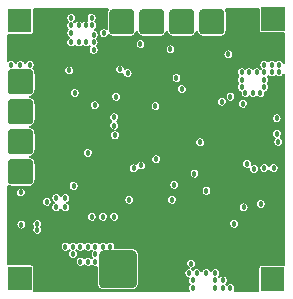
<source format=gbl>
G04 DipTrace Beta 2.3.5.2*
%INLulfroMiniBrush.GBL*%
%MOIN*%
%ADD18C,0.005*%
%ADD44C,0.018*%
%FSLAX44Y44*%
G04*
G70*
G90*
G75*
G01*
%LNBottom*%
%LPD*%
D44*
X5500Y8140D3*
X8513Y2988D3*
X530Y2300D3*
X7210Y6400D3*
X5025Y4475D3*
X3820Y7470D3*
X2750Y4688D3*
X3275Y8675D3*
X3625Y5875D3*
X7620Y2330D3*
X4070Y7350D3*
X3625Y5600D3*
X8050Y4330D3*
X4520Y4270D3*
X4500Y8313D3*
X2312Y6688D3*
X5875Y6813D3*
X5625Y3625D3*
X7938Y2875D3*
X9090Y5060D3*
X510Y3370D3*
X2270Y3590D3*
X4125Y3125D3*
X5550D3*
X3687Y6563D3*
X9040Y5840D3*
X7910Y6330D3*
X5600Y9350D3*
X6150D3*
Y8775D3*
X5600D3*
X5700Y7190D3*
X7430Y7970D3*
X6700Y3425D3*
X5000Y6250D3*
X2975Y6275D3*
X9050Y5325D3*
X3650Y5275D3*
X6490Y5040D3*
X6300Y4000D3*
X8284Y4150D3*
X1375Y3062D3*
X4270Y4170D3*
X725Y1675D3*
X475D3*
X225D3*
Y1475D3*
X475D3*
X725D3*
Y1175D3*
X225D3*
X8250Y6688D3*
X8125Y7375D3*
X7875Y7125D3*
X8375Y7375D3*
X7875D3*
X8000Y6688D3*
X7500Y6563D3*
X8500Y6688D3*
X225Y7925D3*
X475D3*
X725D3*
Y8125D3*
X475D3*
X225D3*
Y8425D3*
X725D3*
X8675Y7975D3*
X8925D3*
X9175D3*
Y8175D3*
X8925D3*
X8675D3*
Y8475D3*
X9175D3*
X9150Y1650D3*
X8900D3*
X8650D3*
Y1450D3*
X8900D3*
X9150D3*
Y1150D3*
X8650D3*
X7875Y6875D3*
X8875Y7625D3*
X2000Y1562D3*
X8625Y7375D3*
Y7125D3*
Y6875D3*
X2250Y1562D3*
X2500D3*
X3500D3*
X2250Y1313D3*
X2750Y1562D3*
X3000D3*
X3250D3*
X2500Y1062D3*
X2750D3*
X3000D3*
Y1313D3*
X3250Y1000D3*
Y1313D3*
X3563D3*
X3938D3*
X4250D3*
Y1000D3*
X3250Y625D3*
Y313D3*
X3563D3*
X3938D3*
X4250D3*
Y625D3*
X4750Y1313D3*
X5000D3*
X5250D3*
X5500D3*
X5750D3*
Y1062D3*
Y813D3*
Y562D3*
Y313D3*
X5500D3*
X5250D3*
X5000D3*
X4750D3*
Y562D3*
Y813D3*
Y1063D3*
X5563Y1125D3*
X4938D3*
Y500D3*
X5563D3*
X8875Y7375D3*
X9125D3*
Y7625D3*
X8625D3*
X6250Y438D3*
X7000Y688D3*
Y438D3*
X6125Y688D3*
X6187Y1000D3*
X6375Y688D3*
X6688D3*
X6250Y187D3*
X7000D3*
X7250Y438D3*
Y187D3*
X7500D3*
X2870Y9190D3*
X2900Y8940D3*
X2187Y8938D3*
X2438D3*
X2688D3*
X2937Y8625D3*
X2438Y8375D3*
X2688D3*
X2187D3*
X2937Y8125D3*
Y8375D3*
X2187Y8688D3*
Y9187D3*
X8625Y4188D3*
X8938D3*
X1060Y2320D3*
Y2130D3*
X1688Y3188D3*
Y2875D3*
X2000D3*
Y3188D3*
X187Y7625D3*
X500D3*
X813D3*
X2125Y7437D3*
X250Y6813D3*
X750D3*
Y7312D3*
X250D3*
X2875Y2563D3*
X3250D3*
X3625D3*
X500Y6380D3*
X820Y6060D3*
X500Y5740D3*
X180Y6060D3*
X946Y9421D2*
D18*
X3385D1*
X7366D2*
X8446D1*
X946Y9373D2*
X3371D1*
X7379D2*
X8446D1*
X946Y9324D2*
X2086D1*
X2289D2*
X2765D1*
X2974D2*
X3368D1*
X7382D2*
X8446D1*
X946Y9275D2*
X2040D1*
X2335D2*
X2721D1*
X3018D2*
X3368D1*
X7382D2*
X8446D1*
X946Y9227D2*
X2020D1*
X2355D2*
X2702D1*
X3038D2*
X3368D1*
X7382D2*
X8446D1*
X946Y9178D2*
X2016D1*
X2359D2*
X2699D1*
X3042D2*
X3368D1*
X7382D2*
X8446D1*
X946Y9129D2*
X2026D1*
X2349D2*
X2710D1*
X3031D2*
X3368D1*
X7382D2*
X8446D1*
X946Y9080D2*
X2054D1*
X2321D2*
X2346D1*
X2528D2*
X2596D1*
X3001D2*
X3368D1*
X7382D2*
X8446D1*
X946Y9032D2*
X2045D1*
X3044D2*
X3368D1*
X7382D2*
X8446D1*
X946Y8983D2*
X2022D1*
X3066D2*
X3368D1*
X7382D2*
X8446D1*
X946Y8934D2*
X2016D1*
X3072D2*
X3368D1*
X7382D2*
X8446D1*
X946Y8886D2*
X2024D1*
X3063D2*
X3368D1*
X7382D2*
X8446D1*
X946Y8837D2*
X2050D1*
X3036D2*
X3230D1*
X3320D2*
X3368D1*
X7382D2*
X8446D1*
X946Y8788D2*
X2050D1*
X2977D2*
X3147D1*
X7382D2*
X8446D1*
X946Y8740D2*
X2024D1*
X3064D2*
X3116D1*
X7377D2*
X8447D1*
X945Y8691D2*
X2016D1*
X4360D2*
X4389D1*
X5360D2*
X5389D1*
X6360D2*
X6389D1*
X7360D2*
X8482D1*
X913Y8642D2*
X2021D1*
X4329D2*
X4421D1*
X5329D2*
X5421D1*
X6329D2*
X6421D1*
X7329D2*
X9278D1*
X97Y8594D2*
X2045D1*
X3426D2*
X3478D1*
X4273D2*
X4478D1*
X5273D2*
X5478D1*
X6273D2*
X6478D1*
X7273D2*
X9278D1*
X97Y8545D2*
X2096D1*
X3089D2*
X3165D1*
X3385D2*
X9278D1*
X97Y8496D2*
X2068D1*
X3057D2*
X9278D1*
X97Y8448D2*
X2032D1*
X3092D2*
X4397D1*
X4603D2*
X9278D1*
X97Y8399D2*
X2018D1*
X3107D2*
X4352D1*
X4648D2*
X9278D1*
X97Y8350D2*
X2018D1*
X3107D2*
X4332D1*
X4667D2*
X9278D1*
X97Y8301D2*
X2032D1*
X3092D2*
X4329D1*
X4671D2*
X5453D1*
X5547D2*
X9278D1*
X97Y8253D2*
X2069D1*
X3056D2*
X4339D1*
X4661D2*
X5372D1*
X5628D2*
X9278D1*
X97Y8204D2*
X2786D1*
X3089D2*
X4368D1*
X4632D2*
X5341D1*
X5659D2*
X9278D1*
X97Y8155D2*
X2768D1*
X3106D2*
X4439D1*
X4561D2*
X5329D1*
X5671D2*
X9278D1*
X97Y8107D2*
X2767D1*
X3108D2*
X5332D1*
X5668D2*
X7329D1*
X7531D2*
X9278D1*
X97Y8058D2*
X2779D1*
X3096D2*
X5350D1*
X5650D2*
X7283D1*
X7577D2*
X9278D1*
X97Y8009D2*
X2812D1*
X3063D2*
X5391D1*
X5609D2*
X7263D1*
X7597D2*
X9278D1*
X97Y7961D2*
X2904D1*
X2971D2*
X7258D1*
X7602D2*
X9278D1*
X97Y7912D2*
X7268D1*
X7592D2*
X9278D1*
X97Y7863D2*
X7296D1*
X7564D2*
X9278D1*
X97Y7815D2*
X7364D1*
X7496D2*
X9278D1*
X281Y7766D2*
X406D1*
X594D2*
X718D1*
X906D2*
X8531D1*
X8719D2*
X8781D1*
X8969D2*
X9031D1*
X9219D2*
X9278D1*
X956Y7717D2*
X8481D1*
X978Y7669D2*
X8459D1*
X985Y7620D2*
X3742D1*
X3899D2*
X8454D1*
X975Y7571D2*
X2020D1*
X2230D2*
X3682D1*
X3958D2*
X8462D1*
X949Y7522D2*
X1976D1*
X2274D2*
X3657D1*
X3983D2*
X7792D1*
X7958D2*
X8042D1*
X8208D2*
X8292D1*
X8458D2*
X8489D1*
X961Y7474D2*
X1957D1*
X2293D2*
X3648D1*
X4187D2*
X7736D1*
X989Y7425D2*
X1954D1*
X2296D2*
X3654D1*
X4224D2*
X7711D1*
X1003Y7376D2*
X1964D1*
X2285D2*
X3677D1*
X4240D2*
X7704D1*
X1007Y7328D2*
X1994D1*
X2256D2*
X3728D1*
X4240D2*
X5601D1*
X5799D2*
X7710D1*
X1007Y7279D2*
X2068D1*
X2182D2*
X3914D1*
X4226D2*
X5554D1*
X5846D2*
X7733D1*
X1007Y7230D2*
X3949D1*
X4192D2*
X5533D1*
X5867D2*
X7740D1*
X8760D2*
X8787D1*
X8964D2*
X9037D1*
X9214D2*
X9278D1*
X1007Y7182D2*
X5529D1*
X5871D2*
X7713D1*
X8787D2*
X9278D1*
X1007Y7133D2*
X5538D1*
X5862D2*
X7704D1*
X8796D2*
X9278D1*
X1007Y7084D2*
X5566D1*
X5834D2*
X7708D1*
X8792D2*
X9278D1*
X1007Y7036D2*
X5632D1*
X5768D2*
X7729D1*
X8771D2*
X9278D1*
X1007Y6987D2*
X7746D1*
X8754D2*
X9278D1*
X1007Y6938D2*
X5761D1*
X5990D2*
X7715D1*
X8785D2*
X9278D1*
X1007Y6890D2*
X5722D1*
X6028D2*
X7704D1*
X8796D2*
X9278D1*
X1007Y6841D2*
X2242D1*
X2383D2*
X5706D1*
X6045D2*
X7707D1*
X8793D2*
X9278D1*
X1007Y6792D2*
X2178D1*
X2447D2*
X5704D1*
X6046D2*
X7725D1*
X8775D2*
X9278D1*
X1003Y6743D2*
X2150D1*
X2474D2*
X5718D1*
X6032D2*
X7768D1*
X8733D2*
X9278D1*
X987Y6695D2*
X2141D1*
X2484D2*
X3581D1*
X3794D2*
X5752D1*
X5999D2*
X7393D1*
X7606D2*
X7829D1*
X8671D2*
X9278D1*
X957Y6646D2*
X2146D1*
X2479D2*
X3538D1*
X3837D2*
X5857D1*
X5892D2*
X7350D1*
X7649D2*
X7833D1*
X8667D2*
X9278D1*
X903Y6597D2*
X2167D1*
X2458D2*
X3519D1*
X3856D2*
X7332D1*
X7668D2*
X7854D1*
X8646D2*
X9278D1*
X862Y6549D2*
X2214D1*
X2410D2*
X3516D1*
X3859D2*
X7129D1*
X7291D2*
X7329D1*
X7671D2*
X7902D1*
X8098D2*
X8152D1*
X8348D2*
X8402D1*
X8598D2*
X9278D1*
X938Y6500D2*
X3528D1*
X3847D2*
X7071D1*
X7660D2*
X9278D1*
X976Y6451D2*
X3558D1*
X3817D2*
X7046D1*
X7629D2*
X7790D1*
X8029D2*
X9278D1*
X997Y6403D2*
X2863D1*
X3088D2*
X3635D1*
X3740D2*
X4928D1*
X5072D2*
X7038D1*
X7381D2*
X7447D1*
X7553D2*
X7755D1*
X8065D2*
X9278D1*
X1006Y6354D2*
X2823D1*
X3127D2*
X4864D1*
X5135D2*
X7045D1*
X7375D2*
X7740D1*
X8080D2*
X9278D1*
X1007Y6305D2*
X2806D1*
X3144D2*
X4838D1*
X5163D2*
X7068D1*
X7353D2*
X7740D1*
X8080D2*
X9278D1*
X1007Y6257D2*
X2804D1*
X3146D2*
X4829D1*
X5172D2*
X7120D1*
X7300D2*
X7755D1*
X8065D2*
X9278D1*
X1007Y6208D2*
X2818D1*
X3133D2*
X4833D1*
X5167D2*
X7791D1*
X8029D2*
X9278D1*
X1007Y6159D2*
X2850D1*
X3100D2*
X4855D1*
X5145D2*
X9278D1*
X1007Y6111D2*
X2942D1*
X3008D2*
X4904D1*
X5096D2*
X9278D1*
X1007Y6062D2*
X9278D1*
X1007Y6013D2*
X3526D1*
X3724D2*
X9278D1*
X1007Y5964D2*
X3479D1*
X3771D2*
X8924D1*
X9156D2*
X9278D1*
X1007Y5916D2*
X3458D1*
X3792D2*
X8886D1*
X9194D2*
X9278D1*
X1007Y5867D2*
X3454D1*
X3796D2*
X8871D1*
X9210D2*
X9278D1*
X1007Y5818D2*
X3463D1*
X3787D2*
X8870D1*
X9210D2*
X9278D1*
X1006Y5770D2*
X3490D1*
X3760D2*
X8884D1*
X9196D2*
X9278D1*
X997Y5721D2*
X3505D1*
X3745D2*
X8918D1*
X9162D2*
X9278D1*
X975Y5672D2*
X3470D1*
X3781D2*
X9278D1*
X937Y5624D2*
X3455D1*
X3796D2*
X9278D1*
X859Y5575D2*
X3455D1*
X3795D2*
X9278D1*
X906Y5526D2*
X3470D1*
X3780D2*
X9278D1*
X958Y5478D2*
X3507D1*
X3743D2*
X8978D1*
X9122D2*
X9278D1*
X988Y5429D2*
X3581D1*
X3720D2*
X8914D1*
X9185D2*
X9278D1*
X1003Y5380D2*
X3515D1*
X3785D2*
X8888D1*
X9213D2*
X9278D1*
X1007Y5332D2*
X3488D1*
X3812D2*
X8879D1*
X9222D2*
X9278D1*
X1007Y5283D2*
X3479D1*
X3821D2*
X8883D1*
X9217D2*
X9278D1*
X1007Y5234D2*
X3483D1*
X3817D2*
X8905D1*
X9195D2*
X9278D1*
X1007Y5185D2*
X3504D1*
X3796D2*
X6404D1*
X6577D2*
X8954D1*
X9205D2*
X9278D1*
X1007Y5137D2*
X3551D1*
X3749D2*
X6349D1*
X6631D2*
X8937D1*
X9243D2*
X9278D1*
X1007Y5088D2*
X6325D1*
X6655D2*
X8921D1*
X1007Y5039D2*
X6318D1*
X6662D2*
X8919D1*
X1007Y4991D2*
X6325D1*
X6654D2*
X8933D1*
X9247D2*
X9278D1*
X1007Y4942D2*
X6350D1*
X6630D2*
X8967D1*
X9213D2*
X9278D1*
X1007Y4893D2*
X6405D1*
X6574D2*
X9076D1*
X9104D2*
X9278D1*
X1007Y4845D2*
X2689D1*
X2811D2*
X9278D1*
X1007Y4796D2*
X2618D1*
X2881D2*
X9278D1*
X1003Y4747D2*
X2589D1*
X2911D2*
X9278D1*
X989Y4699D2*
X2579D1*
X2921D2*
X9278D1*
X960Y4650D2*
X2582D1*
X2917D2*
X9278D1*
X910Y4601D2*
X2602D1*
X2898D2*
X4911D1*
X5139D2*
X9278D1*
X853Y4553D2*
X2646D1*
X2853D2*
X4872D1*
X5178D2*
X9278D1*
X934Y4504D2*
X4856D1*
X5194D2*
X9278D1*
X974Y4455D2*
X4854D1*
X5196D2*
X7935D1*
X8165D2*
X9278D1*
X996Y4406D2*
X4419D1*
X4621D2*
X4868D1*
X5182D2*
X7896D1*
X8203D2*
X9278D1*
X1006Y4358D2*
X4373D1*
X4667D2*
X4901D1*
X5149D2*
X7881D1*
X8220D2*
X9278D1*
X1007Y4309D2*
X4173D1*
X4687D2*
X5002D1*
X5048D2*
X7879D1*
X8339D2*
X8506D1*
X8744D2*
X8818D1*
X9056D2*
X9278D1*
X1007Y4260D2*
X4125D1*
X4692D2*
X7893D1*
X8414D2*
X8470D1*
X9092D2*
X9278D1*
X1007Y4212D2*
X4104D1*
X4681D2*
X7927D1*
X9107D2*
X9278D1*
X1007Y4163D2*
X4098D1*
X4653D2*
X6260D1*
X6341D2*
X8113D1*
X9107D2*
X9278D1*
X1007Y4114D2*
X4107D1*
X4585D2*
X6174D1*
X6427D2*
X8116D1*
X9092D2*
X9278D1*
X1007Y4066D2*
X4135D1*
X4405D2*
X6142D1*
X6458D2*
X8135D1*
X8433D2*
X8506D1*
X8744D2*
X8818D1*
X9056D2*
X9278D1*
X1007Y4017D2*
X4199D1*
X4342D2*
X6129D1*
X6471D2*
X8179D1*
X8390D2*
X9278D1*
X1007Y3968D2*
X6131D1*
X6469D2*
X9278D1*
X1007Y3920D2*
X6149D1*
X6451D2*
X9278D1*
X1007Y3871D2*
X6189D1*
X6410D2*
X9278D1*
X1007Y3822D2*
X9278D1*
X1006Y3774D2*
X5544D1*
X5706D2*
X9278D1*
X998Y3725D2*
X2167D1*
X2374D2*
X5486D1*
X5764D2*
X9278D1*
X978Y3676D2*
X2122D1*
X2418D2*
X5461D1*
X5789D2*
X9278D1*
X941Y3627D2*
X2103D1*
X2438D2*
X5454D1*
X5797D2*
X9278D1*
X97Y3579D2*
X131D1*
X869D2*
X2099D1*
X2442D2*
X5460D1*
X5790D2*
X6630D1*
X6770D2*
X9278D1*
X97Y3530D2*
X458D1*
X562D2*
X2109D1*
X2431D2*
X5482D1*
X5767D2*
X6565D1*
X6835D2*
X9278D1*
X97Y3481D2*
X381D1*
X639D2*
X2139D1*
X2402D2*
X5535D1*
X5715D2*
X6538D1*
X6862D2*
X9278D1*
X97Y3433D2*
X350D1*
X670D2*
X2209D1*
X2331D2*
X6529D1*
X6871D2*
X9278D1*
X97Y3384D2*
X339D1*
X681D2*
X6533D1*
X6867D2*
X9278D1*
X97Y3335D2*
X342D1*
X678D2*
X1605D1*
X1770D2*
X1918D1*
X2082D2*
X6554D1*
X6846D2*
X9278D1*
X97Y3287D2*
X361D1*
X660D2*
X1548D1*
X1827D2*
X1860D1*
X2139D2*
X4079D1*
X4171D2*
X5504D1*
X5596D2*
X6602D1*
X6799D2*
X9278D1*
X97Y3238D2*
X403D1*
X617D2*
X1524D1*
X2164D2*
X3997D1*
X4253D2*
X5422D1*
X5678D2*
X9278D1*
X97Y3189D2*
X1261D1*
X1489D2*
X1516D1*
X2172D2*
X3966D1*
X4284D2*
X5391D1*
X5709D2*
X9278D1*
X97Y3141D2*
X1222D1*
X2165D2*
X3954D1*
X4296D2*
X5379D1*
X5721D2*
X8441D1*
X8584D2*
X9278D1*
X97Y3092D2*
X1206D1*
X2142D2*
X3957D1*
X4293D2*
X5382D1*
X5718D2*
X8378D1*
X8648D2*
X9278D1*
X97Y3043D2*
X1204D1*
X1546D2*
X1599D1*
X2089D2*
X3975D1*
X4275D2*
X5400D1*
X5700D2*
X8350D1*
X8674D2*
X9278D1*
X97Y2995D2*
X1218D1*
X1532D2*
X1566D1*
X2121D2*
X4016D1*
X4234D2*
X5441D1*
X5659D2*
X7816D1*
X8059D2*
X8341D1*
X8685D2*
X9278D1*
X97Y2946D2*
X1250D1*
X1499D2*
X1531D1*
X2156D2*
X7782D1*
X8093D2*
X8346D1*
X8679D2*
X9278D1*
X97Y2897D2*
X1347D1*
X1403D2*
X1517D1*
X2171D2*
X7767D1*
X8108D2*
X8368D1*
X8658D2*
X9278D1*
X97Y2848D2*
X1518D1*
X2170D2*
X7768D1*
X8107D2*
X8415D1*
X8610D2*
X9278D1*
X97Y2800D2*
X1533D1*
X2154D2*
X7783D1*
X8092D2*
X9278D1*
X97Y2751D2*
X1571D1*
X1804D2*
X1883D1*
X2117D2*
X7821D1*
X8054D2*
X9278D1*
X97Y2702D2*
X2779D1*
X2971D2*
X3154D1*
X3346D2*
X3529D1*
X3721D2*
X9278D1*
X97Y2654D2*
X2730D1*
X3020D2*
X3105D1*
X3395D2*
X3480D1*
X3770D2*
X9278D1*
X97Y2605D2*
X2709D1*
X3042D2*
X3084D1*
X3417D2*
X3459D1*
X3792D2*
X9278D1*
X97Y2556D2*
X2704D1*
X3047D2*
X3079D1*
X3422D2*
X3454D1*
X3797D2*
X9278D1*
X97Y2508D2*
X2712D1*
X3038D2*
X3087D1*
X3413D2*
X3462D1*
X3788D2*
X9278D1*
X97Y2459D2*
X475D1*
X585D2*
X963D1*
X1157D2*
X2739D1*
X3011D2*
X3114D1*
X3386D2*
X3489D1*
X3761D2*
X7509D1*
X7731D2*
X9278D1*
X97Y2410D2*
X400D1*
X660D2*
X914D1*
X1206D2*
X2802D1*
X2949D2*
X3177D1*
X3324D2*
X3552D1*
X3699D2*
X7468D1*
X7771D2*
X9278D1*
X97Y2362D2*
X370D1*
X690D2*
X893D1*
X1227D2*
X7451D1*
X7789D2*
X9278D1*
X97Y2313D2*
X359D1*
X701D2*
X889D1*
X1231D2*
X7449D1*
X7791D2*
X9278D1*
X97Y2264D2*
X362D1*
X698D2*
X898D1*
X1222D2*
X7461D1*
X7778D2*
X9278D1*
X97Y2216D2*
X381D1*
X679D2*
X912D1*
X1208D2*
X7493D1*
X7746D2*
X9278D1*
X97Y2167D2*
X425D1*
X635D2*
X893D1*
X1228D2*
X7580D1*
X7660D2*
X9278D1*
X97Y2118D2*
X889D1*
X1231D2*
X9278D1*
X97Y2069D2*
X900D1*
X1221D2*
X9278D1*
X97Y2021D2*
X929D1*
X1191D2*
X9278D1*
X97Y1972D2*
X1001D1*
X1119D2*
X9278D1*
X97Y1923D2*
X9278D1*
X97Y1875D2*
X9278D1*
X97Y1826D2*
X9278D1*
X97Y1777D2*
X9278D1*
X97Y1729D2*
X1980D1*
X2020D2*
X2230D1*
X2270D2*
X2480D1*
X2520D2*
X2730D1*
X2770D2*
X2980D1*
X3020D2*
X3230D1*
X3270D2*
X3480D1*
X3520D2*
X9278D1*
X97Y1680D2*
X1876D1*
X3624D2*
X9278D1*
X97Y1631D2*
X1843D1*
X3657D2*
X9278D1*
X97Y1583D2*
X1829D1*
X3671D2*
X9278D1*
X97Y1534D2*
X1831D1*
X3670D2*
X9278D1*
X97Y1485D2*
X1847D1*
X4341D2*
X9278D1*
X97Y1437D2*
X1886D1*
X4401D2*
X9278D1*
X97Y1388D2*
X2096D1*
X2404D2*
X2846D1*
X4433D2*
X9278D1*
X97Y1339D2*
X2080D1*
X2420D2*
X2830D1*
X4451D2*
X9278D1*
X97Y1290D2*
X2079D1*
X2421D2*
X2829D1*
X4456D2*
X9278D1*
X97Y1242D2*
X2094D1*
X2406D2*
X2844D1*
X4457D2*
X9278D1*
X97Y1193D2*
X2129D1*
X2609D2*
X2641D1*
X4457D2*
X9278D1*
X97Y1144D2*
X2350D1*
X4457D2*
X6099D1*
X6276D2*
X9278D1*
X97Y1096D2*
X2332D1*
X4457D2*
X6046D1*
X6329D2*
X9278D1*
X97Y1047D2*
X2329D1*
X4457D2*
X6022D1*
X6353D2*
X9278D1*
X97Y998D2*
X2341D1*
X4457D2*
X6016D1*
X6360D2*
X9278D1*
X931Y950D2*
X2372D1*
X4457D2*
X6023D1*
X6352D2*
X9278D1*
X954Y901D2*
X2453D1*
X2547D2*
X2703D1*
X2797D2*
X2953D1*
X4457D2*
X6048D1*
X6327D2*
X8436D1*
X954Y852D2*
X3043D1*
X4457D2*
X6093D1*
X6270D2*
X6343D1*
X6406D2*
X6656D1*
X6719D2*
X6968D1*
X7031D2*
X8429D1*
X954Y804D2*
X3043D1*
X4457D2*
X6000D1*
X6500D2*
X6563D1*
X6813D2*
X6875D1*
X7125D2*
X8429D1*
X954Y755D2*
X3043D1*
X4457D2*
X5968D1*
X7158D2*
X8429D1*
X954Y706D2*
X3043D1*
X4457D2*
X5954D1*
X7171D2*
X8429D1*
X954Y658D2*
X3043D1*
X4457D2*
X5956D1*
X7169D2*
X8429D1*
X954Y609D2*
X3043D1*
X4457D2*
X5973D1*
X7152D2*
X8429D1*
X954Y560D2*
X3043D1*
X4457D2*
X6012D1*
X7368D2*
X8429D1*
X954Y511D2*
X3043D1*
X4457D2*
X6096D1*
X7405D2*
X8429D1*
X954Y463D2*
X3043D1*
X4457D2*
X6080D1*
X7420D2*
X8429D1*
X954Y414D2*
X3043D1*
X4457D2*
X6080D1*
X7421D2*
X8429D1*
X954Y365D2*
X3043D1*
X4457D2*
X6094D1*
X7406D2*
X8429D1*
X954Y317D2*
X3044D1*
X4456D2*
X6130D1*
X7610D2*
X8429D1*
X954Y268D2*
X3054D1*
X4446D2*
X6099D1*
X7651D2*
X8429D1*
X954Y219D2*
X3076D1*
X4424D2*
X6081D1*
X7669D2*
X8429D1*
X954Y171D2*
X3116D1*
X4384D2*
X6079D1*
X7671D2*
X8429D1*
X954Y122D2*
X3199D1*
X4301D2*
X6092D1*
X7659D2*
X8429D1*
X750Y3561D2*
X205D1*
X182Y3565D1*
X159Y3570D1*
X136Y3579D1*
X115Y3589D1*
X96Y3601D1*
X92Y3595D1*
Y971D1*
X873D1*
X897Y967D1*
X919Y955D1*
X936Y937D1*
X947Y914D1*
X950Y894D1*
X949Y119D1*
X967Y92D1*
X6112Y94D1*
X6099Y115D1*
X6090Y139D1*
X6085Y163D1*
X6083Y188D1*
X6085Y213D1*
X6091Y237D1*
X6100Y260D1*
X6112Y282D1*
X6128Y301D1*
X6140Y313D1*
X6127Y324D1*
X6112Y344D1*
X6099Y365D1*
X6090Y389D1*
X6085Y413D1*
X6083Y438D1*
X6085Y463D1*
X6091Y487D1*
X6100Y510D1*
X6106Y522D1*
X6088Y525D1*
X6064Y532D1*
X6041Y543D1*
X6021Y557D1*
X6002Y574D1*
X5987Y594D1*
X5974Y615D1*
X5965Y639D1*
X5960Y663D1*
X5958Y688D1*
X5960Y713D1*
X5966Y737D1*
X5975Y760D1*
X5987Y782D1*
X6003Y801D1*
X6021Y818D1*
X6042Y832D1*
X6064Y843D1*
X6088Y850D1*
X6108Y853D1*
X6083Y870D1*
X6065Y887D1*
X6049Y906D1*
X6037Y928D1*
X6028Y951D1*
X6022Y975D1*
X6020Y1000D1*
X6022Y1025D1*
X6028Y1050D1*
X6037Y1073D1*
X6050Y1094D1*
X6065Y1114D1*
X6084Y1131D1*
X6104Y1145D1*
X6127Y1156D1*
X6151Y1163D1*
X6176Y1167D1*
X6201Y1166D1*
X6225Y1163D1*
X6249Y1155D1*
X6272Y1144D1*
X6292Y1130D1*
X6310Y1113D1*
X6326Y1094D1*
X6338Y1072D1*
X6347Y1049D1*
X6353Y1024D1*
X6354Y1000D1*
X6353Y975D1*
X6347Y951D1*
X6338Y927D1*
X6325Y906D1*
X6310Y886D1*
X6292Y869D1*
X6271Y855D1*
X6248Y844D1*
X6225Y837D1*
X6205Y834D1*
X6230Y818D1*
X6250Y798D1*
X6271Y818D1*
X6292Y832D1*
X6314Y843D1*
X6338Y850D1*
X6363Y854D1*
X6388D1*
X6413Y850D1*
X6437Y843D1*
X6459Y832D1*
X6480Y818D1*
X6498Y801D1*
X6513Y781D1*
X6526Y759D1*
X6531Y746D1*
X6537Y760D1*
X6550Y782D1*
X6565Y801D1*
X6584Y818D1*
X6604Y832D1*
X6627Y843D1*
X6651Y850D1*
X6676Y854D1*
X6701D1*
X6725Y850D1*
X6749Y843D1*
X6772Y832D1*
X6792Y818D1*
X6810Y801D1*
X6826Y781D1*
X6838Y759D1*
X6844Y746D1*
X6850Y760D1*
X6862Y782D1*
X6878Y801D1*
X6896Y818D1*
X6917Y832D1*
X6939Y843D1*
X6963Y850D1*
X6988Y854D1*
X7013D1*
X7038Y850D1*
X7062Y843D1*
X7084Y832D1*
X7105Y818D1*
X7123Y801D1*
X7138Y781D1*
X7151Y759D1*
X7160Y736D1*
X7165Y712D1*
X7167Y688D1*
X7165Y663D1*
X7160Y638D1*
X7150Y615D1*
X7138Y593D1*
X7122Y574D1*
X7110Y563D1*
X7125Y548D1*
X7146Y568D1*
X7167Y582D1*
X7189Y593D1*
X7213Y600D1*
X7238Y604D1*
X7263D1*
X7288Y600D1*
X7312Y593D1*
X7334Y582D1*
X7355Y568D1*
X7373Y551D1*
X7388Y531D1*
X7401Y509D1*
X7410Y486D1*
X7415Y462D1*
X7417Y438D1*
X7415Y413D1*
X7410Y388D1*
X7400Y365D1*
X7388Y343D1*
X7372Y324D1*
X7360Y313D1*
X7375Y298D1*
X7396Y318D1*
X7417Y332D1*
X7439Y343D1*
X7463Y350D1*
X7488Y354D1*
X7513D1*
X7538Y350D1*
X7562Y343D1*
X7584Y332D1*
X7605Y318D1*
X7623Y301D1*
X7638Y281D1*
X7651Y259D1*
X7660Y236D1*
X7665Y212D1*
X7667Y187D1*
X7665Y163D1*
X7660Y138D1*
X7650Y115D1*
X7637Y93D1*
X8434Y92D1*
X8433Y181D1*
Y869D1*
X8437Y893D1*
X8449Y915D1*
X8467Y932D1*
X8490Y943D1*
X8510Y946D1*
X9283D1*
Y1817D1*
Y7320D1*
X9275Y7302D1*
X9263Y7281D1*
X9247Y7261D1*
X9229Y7244D1*
X9208Y7230D1*
X9186Y7219D1*
X9162Y7212D1*
X9137Y7208D1*
X9112D1*
X9088Y7212D1*
X9064Y7220D1*
X9041Y7230D1*
X9021Y7245D1*
X9000Y7265D1*
X8979Y7244D1*
X8958Y7230D1*
X8936Y7219D1*
X8912Y7212D1*
X8887Y7208D1*
X8862D1*
X8838Y7212D1*
X8814Y7220D1*
X8791Y7230D1*
X8771Y7245D1*
X8750Y7265D1*
X8735Y7250D1*
X8748Y7238D1*
X8763Y7219D1*
X8776Y7197D1*
X8785Y7174D1*
X8790Y7149D1*
X8792Y7125D1*
X8790Y7100D1*
X8785Y7076D1*
X8775Y7052D1*
X8763Y7031D1*
X8747Y7011D1*
X8735Y7000D1*
X8748Y6988D1*
X8763Y6969D1*
X8776Y6947D1*
X8785Y6924D1*
X8790Y6899D1*
X8792Y6875D1*
X8790Y6850D1*
X8785Y6826D1*
X8775Y6802D1*
X8763Y6781D1*
X8747Y6761D1*
X8729Y6744D1*
X8708Y6730D1*
X8686Y6719D1*
X8664Y6713D1*
X8667Y6688D1*
X8665Y6663D1*
X8660Y6638D1*
X8650Y6615D1*
X8638Y6593D1*
X8622Y6574D1*
X8604Y6557D1*
X8583Y6543D1*
X8561Y6532D1*
X8537Y6525D1*
X8512Y6521D1*
X8487D1*
X8463Y6525D1*
X8439Y6532D1*
X8416Y6543D1*
X8396Y6557D1*
X8375Y6577D1*
X8354Y6557D1*
X8333Y6543D1*
X8311Y6532D1*
X8287Y6525D1*
X8262Y6521D1*
X8237D1*
X8213Y6525D1*
X8189Y6532D1*
X8166Y6543D1*
X8146Y6557D1*
X8125Y6577D1*
X8104Y6557D1*
X8083Y6543D1*
X8061Y6532D1*
X8037Y6525D1*
X8012Y6521D1*
X7987D1*
X7963Y6525D1*
X7939Y6532D1*
X7916Y6543D1*
X7896Y6557D1*
X7877Y6574D1*
X7862Y6594D1*
X7849Y6615D1*
X7840Y6639D1*
X7835Y6663D1*
X7833Y6688D1*
X7835Y6714D1*
X7814Y6720D1*
X7791Y6730D1*
X7771Y6745D1*
X7752Y6762D1*
X7737Y6781D1*
X7724Y6803D1*
X7715Y6826D1*
X7710Y6850D1*
X7708Y6875D1*
X7710Y6900D1*
X7716Y6925D1*
X7725Y6948D1*
X7737Y6969D1*
X7753Y6989D1*
X7765Y7000D1*
X7752Y7012D1*
X7737Y7031D1*
X7724Y7053D1*
X7715Y7076D1*
X7710Y7100D1*
X7708Y7125D1*
X7710Y7150D1*
X7716Y7175D1*
X7725Y7198D1*
X7737Y7219D1*
X7753Y7239D1*
X7765Y7250D1*
X7752Y7262D1*
X7737Y7281D1*
X7724Y7303D1*
X7715Y7326D1*
X7710Y7350D1*
X7708Y7375D1*
X7710Y7400D1*
X7716Y7425D1*
X7725Y7448D1*
X7737Y7469D1*
X7753Y7489D1*
X7771Y7506D1*
X7792Y7520D1*
X7814Y7531D1*
X7838Y7538D1*
X7863Y7542D1*
X7888Y7541D1*
X7913Y7538D1*
X7937Y7530D1*
X7959Y7519D1*
X7980Y7505D1*
X8000Y7485D1*
X8021Y7506D1*
X8042Y7520D1*
X8064Y7531D1*
X8088Y7538D1*
X8113Y7542D1*
X8138Y7541D1*
X8163Y7538D1*
X8187Y7530D1*
X8209Y7519D1*
X8230Y7505D1*
X8250Y7485D1*
X8271Y7506D1*
X8292Y7520D1*
X8314Y7531D1*
X8338Y7538D1*
X8363Y7542D1*
X8388Y7541D1*
X8413Y7538D1*
X8437Y7530D1*
X8459Y7519D1*
X8480Y7505D1*
X8500Y7485D1*
X8515Y7500D1*
X8502Y7512D1*
X8487Y7531D1*
X8474Y7553D1*
X8465Y7576D1*
X8460Y7600D1*
X8458Y7625D1*
X8460Y7650D1*
X8466Y7675D1*
X8475Y7698D1*
X8487Y7719D1*
X8503Y7739D1*
X8521Y7756D1*
X8542Y7770D1*
X8564Y7781D1*
X8588Y7788D1*
X8613Y7792D1*
X8638Y7791D1*
X8663Y7788D1*
X8687Y7780D1*
X8709Y7769D1*
X8730Y7755D1*
X8750Y7735D1*
X8771Y7756D1*
X8792Y7770D1*
X8814Y7781D1*
X8838Y7788D1*
X8863Y7792D1*
X8888Y7791D1*
X8913Y7788D1*
X8937Y7780D1*
X8959Y7769D1*
X8980Y7755D1*
X9000Y7735D1*
X9021Y7756D1*
X9042Y7770D1*
X9064Y7781D1*
X9088Y7788D1*
X9113Y7792D1*
X9138Y7791D1*
X9163Y7788D1*
X9187Y7780D1*
X9209Y7769D1*
X9230Y7755D1*
X9248Y7738D1*
X9263Y7719D1*
X9276Y7697D1*
X9283Y7679D1*
Y8679D1*
X8527D1*
X8503Y8683D1*
X8481Y8695D1*
X8464Y8713D1*
X8453Y8736D1*
X8450Y8756D1*
Y9470D1*
X7858D1*
X7335D1*
X7350Y9444D1*
X7360Y9423D1*
X7370Y9394D1*
X7374Y9370D1*
X7377Y9347D1*
Y8988D1*
X7376Y8768D1*
X7373Y8744D1*
X7367Y8721D1*
X7359Y8699D1*
X7349Y8678D1*
X7336Y8657D1*
X7321Y8639D1*
X7305Y8622D1*
X7287Y8606D1*
X7267Y8593D1*
X7246Y8582D1*
X7224Y8573D1*
X7201Y8566D1*
X7178Y8562D1*
X7150Y8561D1*
X6580D1*
X6557Y8565D1*
X6534Y8570D1*
X6511Y8579D1*
X6490Y8589D1*
X6470Y8602D1*
X6451Y8616D1*
X6434Y8633D1*
X6419Y8651D1*
X6406Y8671D1*
X6394Y8692D1*
X6385Y8714D1*
X6379Y8736D1*
X6375Y8757D1*
Y8756D1*
X6370Y8734D1*
X6365Y8714D1*
X6356Y8692D1*
X6344Y8671D1*
X6331Y8651D1*
X6316Y8633D1*
X6299Y8616D1*
X6280Y8602D1*
X6260Y8589D1*
X6239Y8579D1*
X6216Y8570D1*
X6193Y8565D1*
X6170Y8561D1*
X6100D1*
X5580D1*
X5557Y8565D1*
X5534Y8570D1*
X5511Y8579D1*
X5490Y8589D1*
X5470Y8602D1*
X5451Y8616D1*
X5434Y8633D1*
X5419Y8651D1*
X5406Y8671D1*
X5394Y8692D1*
X5385Y8714D1*
X5379Y8736D1*
X5375Y8757D1*
Y8756D1*
X5370Y8734D1*
X5365Y8714D1*
X5356Y8692D1*
X5344Y8671D1*
X5331Y8651D1*
X5316Y8633D1*
X5299Y8616D1*
X5280Y8602D1*
X5260Y8589D1*
X5239Y8579D1*
X5216Y8570D1*
X5193Y8565D1*
X5170Y8561D1*
X5100D1*
X4580D1*
X4557Y8565D1*
X4534Y8570D1*
X4511Y8579D1*
X4490Y8589D1*
X4470Y8602D1*
X4451Y8616D1*
X4434Y8633D1*
X4419Y8651D1*
X4406Y8671D1*
X4394Y8692D1*
X4385Y8714D1*
X4379Y8736D1*
X4375Y8757D1*
Y8756D1*
X4370Y8734D1*
X4365Y8714D1*
X4356Y8692D1*
X4344Y8671D1*
X4331Y8651D1*
X4316Y8633D1*
X4299Y8616D1*
X4280Y8602D1*
X4260Y8589D1*
X4239Y8579D1*
X4216Y8570D1*
X4193Y8565D1*
X4170Y8561D1*
X4100D1*
X3580D1*
X3557Y8565D1*
X3534Y8570D1*
X3511Y8579D1*
X3490Y8589D1*
X3470Y8602D1*
X3451Y8616D1*
X3436Y8631D1*
X3425Y8602D1*
X3413Y8581D1*
X3397Y8561D1*
X3379Y8544D1*
X3358Y8530D1*
X3336Y8519D1*
X3312Y8512D1*
X3287Y8508D1*
X3262D1*
X3238Y8512D1*
X3214Y8520D1*
X3191Y8530D1*
X3171Y8545D1*
X3152Y8562D1*
X3137Y8581D1*
X3124Y8603D1*
X3115Y8626D1*
X3110Y8650D1*
X3108Y8675D1*
X3110Y8700D1*
X3116Y8725D1*
X3125Y8748D1*
X3137Y8769D1*
X3153Y8789D1*
X3171Y8806D1*
X3192Y8820D1*
X3214Y8831D1*
X3238Y8838D1*
X3263Y8842D1*
X3288Y8841D1*
X3313Y8838D1*
X3337Y8830D1*
X3359Y8819D1*
X3373Y8810D1*
Y9013D1*
X3374Y9357D1*
X3377Y9381D1*
X3383Y9404D1*
X3391Y9426D1*
X3401Y9447D1*
X3414Y9467D1*
X3408Y9470D1*
X941D1*
X942Y9394D1*
Y8706D1*
X938Y8682D1*
X926Y8660D1*
X908Y8643D1*
X885Y8632D1*
X865Y8629D1*
X92D1*
Y8070D1*
Y7761D1*
X104Y7770D1*
X127Y7781D1*
X151Y7788D1*
X176Y7792D1*
X201Y7791D1*
X225Y7788D1*
X249Y7780D1*
X272Y7769D1*
X292Y7755D1*
X310Y7738D1*
X326Y7719D1*
X338Y7697D1*
X344Y7683D1*
X350Y7698D1*
X362Y7719D1*
X378Y7739D1*
X396Y7756D1*
X417Y7770D1*
X439Y7781D1*
X463Y7788D1*
X488Y7792D1*
X513Y7791D1*
X538Y7788D1*
X562Y7780D1*
X584Y7769D1*
X605Y7755D1*
X623Y7738D1*
X638Y7719D1*
X651Y7697D1*
X656Y7683D1*
X662Y7698D1*
X675Y7719D1*
X690Y7739D1*
X709Y7756D1*
X729Y7770D1*
X752Y7781D1*
X776Y7788D1*
X801Y7792D1*
X826Y7791D1*
X850Y7788D1*
X874Y7780D1*
X897Y7769D1*
X917Y7755D1*
X935Y7738D1*
X951Y7719D1*
X963Y7697D1*
X972Y7674D1*
X978Y7649D1*
X980Y7625D1*
X978Y7600D1*
X972Y7576D1*
X963Y7552D1*
X950Y7531D1*
X929Y7506D1*
X948Y7484D1*
X961Y7468D1*
X974Y7447D1*
X984Y7426D1*
X996Y7389D1*
X1000Y7365D1*
X1002Y7338D1*
X1001Y6768D1*
X998Y6744D1*
X992Y6721D1*
X984Y6699D1*
X974Y6678D1*
X961Y6657D1*
X946Y6639D1*
X930Y6622D1*
X912Y6606D1*
X892Y6593D1*
X871Y6582D1*
X849Y6573D1*
X826Y6566D1*
X805Y6562D1*
X806Y6563D1*
X828Y6558D1*
X849Y6552D1*
X871Y6543D1*
X892Y6532D1*
X912Y6519D1*
X930Y6503D1*
X946Y6486D1*
X961Y6468D1*
X974Y6447D1*
X984Y6426D1*
X996Y6389D1*
X1000Y6365D1*
X1002Y6338D1*
X1001Y5768D1*
X998Y5744D1*
X992Y5721D1*
X984Y5699D1*
X974Y5678D1*
X961Y5657D1*
X946Y5639D1*
X930Y5622D1*
X912Y5606D1*
X892Y5593D1*
X871Y5582D1*
X849Y5573D1*
X826Y5566D1*
X805Y5562D1*
X806Y5563D1*
X828Y5558D1*
X849Y5552D1*
X871Y5543D1*
X892Y5532D1*
X912Y5519D1*
X930Y5503D1*
X946Y5486D1*
X961Y5468D1*
X974Y5447D1*
X984Y5426D1*
X996Y5389D1*
X1000Y5365D1*
X1002Y5338D1*
X1001Y4768D1*
X998Y4744D1*
X992Y4721D1*
X984Y4699D1*
X974Y4678D1*
X961Y4657D1*
X946Y4639D1*
X930Y4622D1*
X912Y4606D1*
X892Y4593D1*
X871Y4582D1*
X849Y4573D1*
X826Y4566D1*
X805Y4562D1*
X806Y4563D1*
X828Y4558D1*
X849Y4552D1*
X871Y4543D1*
X892Y4532D1*
X912Y4519D1*
X930Y4503D1*
X946Y4486D1*
X961Y4468D1*
X974Y4447D1*
X984Y4426D1*
X996Y4389D1*
X1000Y4365D1*
X1002Y4338D1*
X1001Y3768D1*
X998Y3744D1*
X992Y3721D1*
X984Y3699D1*
X974Y3678D1*
X961Y3657D1*
X946Y3639D1*
X930Y3622D1*
X912Y3606D1*
X892Y3593D1*
X871Y3582D1*
X849Y3573D1*
X826Y3566D1*
X803Y3562D1*
X775Y3561D1*
X750D1*
X4452Y1262D2*
X4451Y318D1*
X4448Y294D1*
X4442Y271D1*
X4434Y249D1*
X4424Y228D1*
X4411Y207D1*
X4396Y189D1*
X4380Y172D1*
X4362Y156D1*
X4342Y143D1*
X4321Y132D1*
X4299Y123D1*
X4276Y116D1*
X4253Y112D1*
X4225Y110D1*
X3255Y111D1*
X3232Y115D1*
X3209Y120D1*
X3186Y129D1*
X3165Y139D1*
X3145Y152D1*
X3126Y166D1*
X3109Y183D1*
X3094Y201D1*
X3081Y221D1*
X3069Y242D1*
X3060Y264D1*
X3054Y286D1*
X3050Y310D1*
X3048Y337D1*
Y892D1*
X3037Y900D1*
X3012Y896D1*
X2987D1*
X2963Y900D1*
X2939Y907D1*
X2916Y918D1*
X2896Y932D1*
X2875Y952D1*
X2854Y932D1*
X2833Y918D1*
X2811Y907D1*
X2787Y900D1*
X2762Y896D1*
X2737D1*
X2713Y900D1*
X2689Y907D1*
X2666Y918D1*
X2646Y932D1*
X2625Y952D1*
X2604Y932D1*
X2583Y918D1*
X2561Y907D1*
X2537Y900D1*
X2512Y896D1*
X2487D1*
X2463Y900D1*
X2439Y907D1*
X2416Y918D1*
X2396Y932D1*
X2377Y949D1*
X2362Y969D1*
X2349Y990D1*
X2340Y1014D1*
X2335Y1038D1*
X2333Y1063D1*
X2335Y1088D1*
X2341Y1112D1*
X2350Y1135D1*
X2362Y1157D1*
X2378Y1176D1*
X2396Y1193D1*
X2417Y1207D1*
X2439Y1218D1*
X2463Y1225D1*
X2488Y1229D1*
X2513D1*
X2538Y1225D1*
X2562Y1218D1*
X2584Y1207D1*
X2605Y1193D1*
X2625Y1173D1*
X2646Y1193D1*
X2667Y1207D1*
X2689Y1218D1*
X2713Y1225D1*
X2738Y1229D1*
X2763D1*
X2788Y1225D1*
X2812Y1218D1*
X2834Y1207D1*
X2855Y1193D1*
X2875Y1173D1*
X2890Y1188D1*
X2877Y1199D1*
X2862Y1219D1*
X2849Y1240D1*
X2840Y1264D1*
X2835Y1288D1*
X2833Y1313D1*
X2835Y1338D1*
X2841Y1362D1*
X2850Y1385D1*
X2862Y1407D1*
X2878Y1426D1*
X2890Y1438D1*
X2875Y1452D1*
X2854Y1432D1*
X2833Y1418D1*
X2811Y1407D1*
X2787Y1400D1*
X2762Y1396D1*
X2737D1*
X2713Y1400D1*
X2689Y1407D1*
X2666Y1418D1*
X2646Y1432D1*
X2625Y1452D1*
X2604Y1432D1*
X2583Y1418D1*
X2561Y1407D1*
X2537Y1400D1*
X2512Y1396D1*
X2487D1*
X2463Y1400D1*
X2439Y1407D1*
X2416Y1418D1*
X2396Y1432D1*
X2375Y1452D1*
X2360Y1438D1*
X2373Y1426D1*
X2388Y1406D1*
X2401Y1384D1*
X2410Y1361D1*
X2415Y1337D1*
X2417Y1313D1*
X2415Y1288D1*
X2410Y1263D1*
X2400Y1240D1*
X2388Y1218D1*
X2372Y1199D1*
X2354Y1182D1*
X2333Y1168D1*
X2311Y1157D1*
X2287Y1150D1*
X2262Y1146D1*
X2237D1*
X2213Y1150D1*
X2189Y1157D1*
X2166Y1168D1*
X2146Y1182D1*
X2127Y1199D1*
X2112Y1219D1*
X2099Y1240D1*
X2090Y1264D1*
X2085Y1288D1*
X2083Y1313D1*
X2085Y1338D1*
X2091Y1362D1*
X2100Y1385D1*
X2112Y1407D1*
X2128Y1426D1*
X2140Y1438D1*
X2125Y1452D1*
X2104Y1432D1*
X2083Y1418D1*
X2061Y1407D1*
X2037Y1400D1*
X2012Y1396D1*
X1987D1*
X1963Y1400D1*
X1939Y1407D1*
X1916Y1418D1*
X1896Y1432D1*
X1877Y1449D1*
X1862Y1469D1*
X1849Y1490D1*
X1840Y1514D1*
X1835Y1538D1*
X1833Y1563D1*
X1835Y1588D1*
X1841Y1612D1*
X1850Y1635D1*
X1862Y1657D1*
X1878Y1676D1*
X1896Y1693D1*
X1917Y1707D1*
X1939Y1718D1*
X1963Y1725D1*
X1988Y1729D1*
X2013D1*
X2038Y1725D1*
X2062Y1718D1*
X2084Y1707D1*
X2105Y1693D1*
X2125Y1673D1*
X2146Y1693D1*
X2167Y1707D1*
X2189Y1718D1*
X2213Y1725D1*
X2238Y1729D1*
X2263D1*
X2288Y1725D1*
X2312Y1718D1*
X2334Y1707D1*
X2355Y1693D1*
X2375Y1673D1*
X2396Y1693D1*
X2417Y1707D1*
X2439Y1718D1*
X2463Y1725D1*
X2488Y1729D1*
X2513D1*
X2538Y1725D1*
X2562Y1718D1*
X2584Y1707D1*
X2605Y1693D1*
X2625Y1673D1*
X2646Y1693D1*
X2667Y1707D1*
X2689Y1718D1*
X2713Y1725D1*
X2738Y1729D1*
X2763D1*
X2788Y1725D1*
X2812Y1718D1*
X2834Y1707D1*
X2855Y1693D1*
X2875Y1673D1*
X2896Y1693D1*
X2917Y1707D1*
X2939Y1718D1*
X2963Y1725D1*
X2988Y1729D1*
X3013D1*
X3038Y1725D1*
X3062Y1718D1*
X3084Y1707D1*
X3105Y1693D1*
X3125Y1673D1*
X3146Y1693D1*
X3167Y1707D1*
X3189Y1718D1*
X3213Y1725D1*
X3238Y1729D1*
X3263D1*
X3288Y1725D1*
X3312Y1718D1*
X3334Y1707D1*
X3355Y1693D1*
X3375Y1673D1*
X3396Y1693D1*
X3417Y1707D1*
X3439Y1718D1*
X3463Y1725D1*
X3488Y1729D1*
X3513D1*
X3538Y1725D1*
X3562Y1718D1*
X3584Y1707D1*
X3605Y1693D1*
X3623Y1676D1*
X3638Y1656D1*
X3651Y1634D1*
X3660Y1611D1*
X3665Y1587D1*
X3667Y1562D1*
X3665Y1538D1*
X3660Y1514D1*
X4000D1*
X4245D1*
X4268Y1510D1*
X4291Y1505D1*
X4314Y1496D1*
X4335Y1486D1*
X4355Y1473D1*
X4374Y1459D1*
X4391Y1442D1*
X4406Y1424D1*
X4419Y1404D1*
X4431Y1383D1*
X4440Y1361D1*
X4448Y1327D1*
X4451Y1304D1*
X4452Y1262D1*
X4665Y8288D2*
X4660Y8263D1*
X4650Y8240D1*
X4638Y8218D1*
X4622Y8199D1*
X4604Y8182D1*
X4583Y8168D1*
X4561Y8157D1*
X4537Y8150D1*
X4512Y8146D1*
X4487D1*
X4463Y8150D1*
X4439Y8157D1*
X4416Y8168D1*
X4396Y8182D1*
X4377Y8199D1*
X4362Y8219D1*
X4349Y8240D1*
X4340Y8264D1*
X4335Y8288D1*
X4333Y8313D1*
X4335Y8338D1*
X4341Y8362D1*
X4350Y8385D1*
X4362Y8407D1*
X4378Y8426D1*
X4396Y8443D1*
X4417Y8457D1*
X4439Y8468D1*
X4463Y8475D1*
X4488Y8479D1*
X4513D1*
X4538Y8475D1*
X4562Y8468D1*
X4584Y8457D1*
X4605Y8443D1*
X4623Y8426D1*
X4638Y8406D1*
X4651Y8384D1*
X4660Y8361D1*
X4665Y8337D1*
X4667Y8313D1*
X4665Y8288D1*
X2478Y6663D2*
X2472Y6638D1*
X2463Y6615D1*
X2450Y6593D1*
X2435Y6574D1*
X2417Y6557D1*
X2396Y6543D1*
X2373Y6532D1*
X2350Y6525D1*
X2325Y6521D1*
X2300D1*
X2275Y6525D1*
X2251Y6532D1*
X2229Y6543D1*
X2208Y6557D1*
X2190Y6574D1*
X2174Y6594D1*
X2162Y6615D1*
X2153Y6639D1*
X2147Y6663D1*
X2145Y6688D1*
X2147Y6713D1*
X2153Y6737D1*
X2162Y6760D1*
X2175Y6782D1*
X2190Y6801D1*
X2209Y6818D1*
X2229Y6832D1*
X2252Y6843D1*
X2276Y6850D1*
X2301Y6854D1*
X2326D1*
X2350Y6850D1*
X2374Y6843D1*
X2397Y6832D1*
X2417Y6818D1*
X2435Y6801D1*
X2451Y6781D1*
X2463Y6759D1*
X2472Y6736D1*
X2478Y6712D1*
X2479Y6688D1*
X2478Y6663D1*
X6040Y6788D2*
X6035Y6763D1*
X6025Y6740D1*
X6013Y6718D1*
X5997Y6699D1*
X5979Y6682D1*
X5958Y6668D1*
X5936Y6657D1*
X5912Y6650D1*
X5887Y6646D1*
X5862D1*
X5838Y6650D1*
X5814Y6657D1*
X5791Y6668D1*
X5771Y6682D1*
X5752Y6699D1*
X5737Y6719D1*
X5724Y6740D1*
X5715Y6764D1*
X5710Y6788D1*
X5708Y6813D1*
X5710Y6838D1*
X5716Y6862D1*
X5725Y6885D1*
X5737Y6907D1*
X5753Y6926D1*
X5771Y6943D1*
X5792Y6957D1*
X5814Y6968D1*
X5838Y6975D1*
X5863Y6979D1*
X5888D1*
X5913Y6975D1*
X5937Y6968D1*
X5959Y6957D1*
X5980Y6943D1*
X5998Y6926D1*
X6013Y6906D1*
X6026Y6884D1*
X6035Y6861D1*
X6040Y6837D1*
X6042Y6813D1*
X6040Y6788D1*
X5790Y3600D2*
X5785Y3576D1*
X5775Y3552D1*
X5763Y3531D1*
X5747Y3511D1*
X5729Y3494D1*
X5708Y3480D1*
X5686Y3469D1*
X5662Y3462D1*
X5637Y3458D1*
X5612D1*
X5588Y3462D1*
X5564Y3470D1*
X5541Y3480D1*
X5521Y3495D1*
X5502Y3512D1*
X5487Y3531D1*
X5474Y3553D1*
X5465Y3576D1*
X5460Y3600D1*
X5458Y3625D1*
X5460Y3650D1*
X5466Y3675D1*
X5475Y3698D1*
X5487Y3719D1*
X5503Y3739D1*
X5521Y3756D1*
X5542Y3770D1*
X5564Y3781D1*
X5588Y3788D1*
X5613Y3792D1*
X5638Y3791D1*
X5663Y3788D1*
X5687Y3780D1*
X5709Y3769D1*
X5730Y3755D1*
X5748Y3738D1*
X5763Y3719D1*
X5776Y3697D1*
X5785Y3674D1*
X5790Y3649D1*
X5792Y3625D1*
X5790Y3600D1*
X8103Y2850D2*
X8097Y2826D1*
X8088Y2802D1*
X8075Y2781D1*
X8060Y2761D1*
X8042Y2744D1*
X8021Y2730D1*
X7998Y2719D1*
X7975Y2712D1*
X7950Y2708D1*
X7925D1*
X7900Y2712D1*
X7876Y2720D1*
X7854Y2730D1*
X7833Y2745D1*
X7815Y2762D1*
X7799Y2781D1*
X7787Y2803D1*
X7778Y2826D1*
X7772Y2850D1*
X7771Y2875D1*
X7772Y2900D1*
X7778Y2925D1*
X7787Y2948D1*
X7800Y2969D1*
X7815Y2989D1*
X7834Y3006D1*
X7854Y3020D1*
X7877Y3031D1*
X7901Y3038D1*
X7926Y3042D1*
X7951Y3041D1*
X7975Y3038D1*
X7999Y3030D1*
X8022Y3019D1*
X8042Y3005D1*
X8060Y2988D1*
X8076Y2969D1*
X8088Y2947D1*
X8097Y2924D1*
X8103Y2899D1*
X8105Y2875D1*
X8103Y2850D1*
X9255Y5035D2*
X9250Y5011D1*
X9240Y4987D1*
X9228Y4966D1*
X9212Y4946D1*
X9194Y4929D1*
X9173Y4915D1*
X9151Y4904D1*
X9127Y4897D1*
X9102Y4893D1*
X9077D1*
X9053Y4897D1*
X9029Y4905D1*
X9006Y4915D1*
X8986Y4930D1*
X8967Y4947D1*
X8952Y4966D1*
X8939Y4988D1*
X8930Y5011D1*
X8925Y5035D1*
X8923Y5060D1*
X8925Y5085D1*
X8931Y5110D1*
X8940Y5133D1*
X8952Y5154D1*
X8972Y5178D1*
X8946Y5195D1*
X8927Y5212D1*
X8912Y5231D1*
X8899Y5253D1*
X8890Y5276D1*
X8885Y5300D1*
X8883Y5325D1*
X8885Y5350D1*
X8891Y5375D1*
X8900Y5398D1*
X8912Y5419D1*
X8928Y5439D1*
X8946Y5456D1*
X8967Y5470D1*
X8989Y5481D1*
X9013Y5488D1*
X9038Y5492D1*
X9063Y5491D1*
X9088Y5488D1*
X9112Y5480D1*
X9134Y5469D1*
X9155Y5455D1*
X9173Y5438D1*
X9188Y5419D1*
X9201Y5397D1*
X9210Y5374D1*
X9215Y5349D1*
X9217Y5325D1*
X9215Y5300D1*
X9210Y5276D1*
X9200Y5252D1*
X9188Y5231D1*
X9168Y5208D1*
X9195Y5190D1*
X9213Y5173D1*
X9228Y5154D1*
X9241Y5132D1*
X9250Y5109D1*
X9255Y5084D1*
X9257Y5060D1*
X9255Y5035D1*
X675Y3345D2*
X670Y3321D1*
X660Y3297D1*
X648Y3276D1*
X632Y3256D1*
X614Y3239D1*
X593Y3225D1*
X571Y3214D1*
X547Y3207D1*
X522Y3203D1*
X497D1*
X473Y3207D1*
X449Y3215D1*
X426Y3225D1*
X406Y3240D1*
X387Y3257D1*
X372Y3276D1*
X359Y3298D1*
X350Y3321D1*
X345Y3345D1*
X343Y3370D1*
X345Y3395D1*
X351Y3420D1*
X360Y3443D1*
X372Y3464D1*
X388Y3484D1*
X406Y3501D1*
X427Y3515D1*
X449Y3526D1*
X473Y3533D1*
X498Y3537D1*
X523Y3536D1*
X548Y3533D1*
X572Y3525D1*
X594Y3514D1*
X615Y3500D1*
X633Y3483D1*
X648Y3464D1*
X661Y3442D1*
X670Y3419D1*
X675Y3394D1*
X677Y3370D1*
X675Y3345D1*
X2435Y3565D2*
X2430Y3541D1*
X2420Y3517D1*
X2408Y3496D1*
X2392Y3476D1*
X2374Y3459D1*
X2353Y3445D1*
X2331Y3434D1*
X2307Y3427D1*
X2282Y3423D1*
X2257D1*
X2233Y3427D1*
X2209Y3435D1*
X2186Y3445D1*
X2166Y3460D1*
X2147Y3477D1*
X2132Y3496D1*
X2119Y3518D1*
X2110Y3541D1*
X2105Y3565D1*
X2103Y3590D1*
X2105Y3615D1*
X2111Y3640D1*
X2120Y3663D1*
X2132Y3684D1*
X2148Y3704D1*
X2166Y3721D1*
X2187Y3735D1*
X2209Y3746D1*
X2233Y3753D1*
X2258Y3757D1*
X2283Y3756D1*
X2308Y3753D1*
X2332Y3745D1*
X2354Y3734D1*
X2375Y3720D1*
X2393Y3703D1*
X2408Y3684D1*
X2421Y3662D1*
X2430Y3639D1*
X2435Y3614D1*
X2437Y3590D1*
X2435Y3565D1*
X4290Y3100D2*
X4285Y3076D1*
X4275Y3052D1*
X4263Y3031D1*
X4247Y3011D1*
X4229Y2994D1*
X4208Y2980D1*
X4186Y2969D1*
X4162Y2962D1*
X4137Y2958D1*
X4112D1*
X4088Y2962D1*
X4064Y2970D1*
X4041Y2980D1*
X4021Y2995D1*
X4002Y3012D1*
X3987Y3031D1*
X3974Y3053D1*
X3965Y3076D1*
X3960Y3100D1*
X3958Y3125D1*
X3960Y3150D1*
X3966Y3175D1*
X3975Y3198D1*
X3987Y3219D1*
X4003Y3239D1*
X4021Y3256D1*
X4042Y3270D1*
X4064Y3281D1*
X4088Y3288D1*
X4113Y3292D1*
X4138Y3291D1*
X4163Y3288D1*
X4187Y3280D1*
X4209Y3269D1*
X4230Y3255D1*
X4248Y3238D1*
X4263Y3219D1*
X4276Y3197D1*
X4285Y3174D1*
X4290Y3149D1*
X4292Y3125D1*
X4290Y3100D1*
X5715D2*
X5710Y3076D1*
X5700Y3052D1*
X5688Y3031D1*
X5672Y3011D1*
X5654Y2994D1*
X5633Y2980D1*
X5611Y2969D1*
X5587Y2962D1*
X5562Y2958D1*
X5537D1*
X5513Y2962D1*
X5489Y2970D1*
X5466Y2980D1*
X5446Y2995D1*
X5427Y3012D1*
X5412Y3031D1*
X5399Y3053D1*
X5390Y3076D1*
X5385Y3100D1*
X5383Y3125D1*
X5385Y3150D1*
X5391Y3175D1*
X5400Y3198D1*
X5412Y3219D1*
X5428Y3239D1*
X5446Y3256D1*
X5467Y3270D1*
X5489Y3281D1*
X5513Y3288D1*
X5538Y3292D1*
X5563Y3291D1*
X5588Y3288D1*
X5612Y3280D1*
X5634Y3269D1*
X5655Y3255D1*
X5673Y3238D1*
X5688Y3219D1*
X5701Y3197D1*
X5710Y3174D1*
X5715Y3149D1*
X5717Y3125D1*
X5715Y3100D1*
X3853Y6538D2*
X3847Y6513D1*
X3838Y6490D1*
X3825Y6468D1*
X3810Y6449D1*
X3792Y6432D1*
X3771Y6418D1*
X3748Y6407D1*
X3725Y6400D1*
X3700Y6396D1*
X3675D1*
X3650Y6400D1*
X3626Y6407D1*
X3604Y6418D1*
X3583Y6432D1*
X3565Y6449D1*
X3549Y6469D1*
X3537Y6490D1*
X3528Y6514D1*
X3522Y6538D1*
X3520Y6563D1*
X3522Y6588D1*
X3528Y6612D1*
X3537Y6635D1*
X3550Y6657D1*
X3565Y6676D1*
X3584Y6693D1*
X3604Y6707D1*
X3627Y6718D1*
X3651Y6725D1*
X3676Y6729D1*
X3701D1*
X3725Y6725D1*
X3749Y6718D1*
X3772Y6707D1*
X3792Y6693D1*
X3810Y6676D1*
X3826Y6656D1*
X3838Y6634D1*
X3847Y6611D1*
X3853Y6587D1*
X3854Y6563D1*
X3853Y6538D1*
X9205Y5815D2*
X9200Y5791D1*
X9190Y5767D1*
X9178Y5746D1*
X9162Y5726D1*
X9144Y5709D1*
X9123Y5695D1*
X9101Y5684D1*
X9077Y5677D1*
X9052Y5673D1*
X9027D1*
X9003Y5677D1*
X8979Y5685D1*
X8956Y5695D1*
X8936Y5710D1*
X8917Y5727D1*
X8902Y5746D1*
X8889Y5768D1*
X8880Y5791D1*
X8875Y5815D1*
X8873Y5840D1*
X8875Y5865D1*
X8881Y5890D1*
X8890Y5913D1*
X8902Y5934D1*
X8918Y5954D1*
X8936Y5971D1*
X8957Y5985D1*
X8979Y5996D1*
X9003Y6003D1*
X9028Y6007D1*
X9053Y6006D1*
X9078Y6003D1*
X9102Y5995D1*
X9124Y5984D1*
X9145Y5970D1*
X9163Y5953D1*
X9178Y5934D1*
X9191Y5912D1*
X9200Y5889D1*
X9205Y5864D1*
X9207Y5840D1*
X9205Y5815D1*
X8075Y6305D2*
X8070Y6281D1*
X8060Y6257D1*
X8048Y6236D1*
X8032Y6216D1*
X8014Y6199D1*
X7993Y6185D1*
X7971Y6174D1*
X7947Y6167D1*
X7922Y6163D1*
X7897D1*
X7873Y6167D1*
X7849Y6175D1*
X7826Y6185D1*
X7806Y6200D1*
X7787Y6217D1*
X7772Y6236D1*
X7759Y6258D1*
X7750Y6281D1*
X7745Y6305D1*
X7743Y6330D1*
X7745Y6355D1*
X7751Y6380D1*
X7760Y6403D1*
X7772Y6424D1*
X7788Y6444D1*
X7806Y6461D1*
X7827Y6475D1*
X7849Y6486D1*
X7873Y6493D1*
X7898Y6497D1*
X7923Y6496D1*
X7948Y6493D1*
X7972Y6485D1*
X7994Y6474D1*
X8015Y6460D1*
X8033Y6443D1*
X8048Y6424D1*
X8061Y6402D1*
X8070Y6379D1*
X8075Y6354D1*
X8077Y6330D1*
X8075Y6305D1*
X5865Y7165D2*
X5860Y7141D1*
X5850Y7117D1*
X5838Y7096D1*
X5822Y7076D1*
X5804Y7059D1*
X5783Y7045D1*
X5761Y7034D1*
X5737Y7027D1*
X5712Y7023D1*
X5687D1*
X5663Y7027D1*
X5639Y7035D1*
X5616Y7045D1*
X5596Y7060D1*
X5577Y7077D1*
X5562Y7096D1*
X5549Y7118D1*
X5540Y7141D1*
X5535Y7165D1*
X5533Y7190D1*
X5535Y7215D1*
X5541Y7240D1*
X5550Y7263D1*
X5562Y7284D1*
X5578Y7304D1*
X5596Y7321D1*
X5617Y7335D1*
X5639Y7346D1*
X5663Y7353D1*
X5688Y7357D1*
X5713Y7356D1*
X5738Y7353D1*
X5762Y7345D1*
X5784Y7334D1*
X5805Y7320D1*
X5823Y7303D1*
X5838Y7284D1*
X5851Y7262D1*
X5860Y7239D1*
X5865Y7214D1*
X5867Y7190D1*
X5865Y7165D1*
X7595Y7945D2*
X7590Y7921D1*
X7580Y7897D1*
X7568Y7876D1*
X7552Y7856D1*
X7534Y7839D1*
X7513Y7825D1*
X7491Y7814D1*
X7467Y7807D1*
X7442Y7803D1*
X7417D1*
X7393Y7807D1*
X7369Y7815D1*
X7346Y7825D1*
X7326Y7840D1*
X7307Y7857D1*
X7292Y7876D1*
X7279Y7898D1*
X7270Y7921D1*
X7265Y7945D1*
X7263Y7970D1*
X7265Y7995D1*
X7271Y8020D1*
X7280Y8043D1*
X7292Y8064D1*
X7308Y8084D1*
X7326Y8101D1*
X7347Y8115D1*
X7369Y8126D1*
X7393Y8133D1*
X7418Y8137D1*
X7443Y8136D1*
X7468Y8133D1*
X7492Y8125D1*
X7514Y8114D1*
X7535Y8100D1*
X7553Y8083D1*
X7568Y8064D1*
X7581Y8042D1*
X7590Y8019D1*
X7595Y7994D1*
X7597Y7970D1*
X7595Y7945D1*
X6865Y3400D2*
X6860Y3376D1*
X6850Y3352D1*
X6838Y3331D1*
X6822Y3311D1*
X6804Y3294D1*
X6783Y3280D1*
X6761Y3269D1*
X6737Y3262D1*
X6712Y3258D1*
X6687D1*
X6663Y3262D1*
X6639Y3270D1*
X6616Y3280D1*
X6596Y3295D1*
X6577Y3312D1*
X6562Y3331D1*
X6549Y3353D1*
X6540Y3376D1*
X6535Y3400D1*
X6533Y3425D1*
X6535Y3450D1*
X6541Y3475D1*
X6550Y3498D1*
X6562Y3519D1*
X6578Y3539D1*
X6596Y3556D1*
X6617Y3570D1*
X6639Y3581D1*
X6663Y3588D1*
X6688Y3592D1*
X6713Y3591D1*
X6738Y3588D1*
X6762Y3580D1*
X6784Y3569D1*
X6805Y3555D1*
X6823Y3538D1*
X6838Y3519D1*
X6851Y3497D1*
X6860Y3474D1*
X6865Y3449D1*
X6867Y3425D1*
X6865Y3400D1*
X5165Y6225D2*
X5160Y6201D1*
X5150Y6177D1*
X5138Y6156D1*
X5122Y6136D1*
X5104Y6119D1*
X5083Y6105D1*
X5061Y6094D1*
X5037Y6087D1*
X5012Y6083D1*
X4987D1*
X4963Y6087D1*
X4939Y6095D1*
X4916Y6105D1*
X4896Y6120D1*
X4877Y6137D1*
X4862Y6156D1*
X4849Y6178D1*
X4840Y6201D1*
X4835Y6225D1*
X4833Y6250D1*
X4835Y6275D1*
X4841Y6300D1*
X4850Y6323D1*
X4862Y6344D1*
X4878Y6364D1*
X4896Y6381D1*
X4917Y6395D1*
X4939Y6406D1*
X4963Y6413D1*
X4988Y6417D1*
X5013Y6416D1*
X5038Y6413D1*
X5062Y6405D1*
X5084Y6394D1*
X5105Y6380D1*
X5123Y6363D1*
X5138Y6344D1*
X5151Y6322D1*
X5160Y6299D1*
X5165Y6274D1*
X5167Y6250D1*
X5165Y6225D1*
X3140Y6250D2*
X3135Y6226D1*
X3125Y6202D1*
X3113Y6181D1*
X3097Y6161D1*
X3079Y6144D1*
X3058Y6130D1*
X3036Y6119D1*
X3012Y6112D1*
X2987Y6108D1*
X2962D1*
X2938Y6112D1*
X2914Y6120D1*
X2891Y6130D1*
X2871Y6145D1*
X2852Y6162D1*
X2837Y6181D1*
X2824Y6203D1*
X2815Y6226D1*
X2810Y6250D1*
X2808Y6275D1*
X2810Y6300D1*
X2816Y6325D1*
X2825Y6348D1*
X2837Y6369D1*
X2853Y6389D1*
X2871Y6406D1*
X2892Y6420D1*
X2914Y6431D1*
X2938Y6438D1*
X2963Y6442D1*
X2988Y6441D1*
X3013Y6438D1*
X3037Y6430D1*
X3059Y6419D1*
X3080Y6405D1*
X3098Y6388D1*
X3113Y6369D1*
X3126Y6347D1*
X3135Y6324D1*
X3140Y6299D1*
X3142Y6275D1*
X3140Y6250D1*
X3815Y5250D2*
X3810Y5226D1*
X3800Y5202D1*
X3788Y5181D1*
X3772Y5161D1*
X3754Y5144D1*
X3733Y5130D1*
X3711Y5119D1*
X3687Y5112D1*
X3662Y5108D1*
X3637D1*
X3613Y5112D1*
X3589Y5120D1*
X3566Y5130D1*
X3546Y5145D1*
X3527Y5162D1*
X3512Y5181D1*
X3499Y5203D1*
X3490Y5226D1*
X3485Y5250D1*
X3483Y5275D1*
X3485Y5300D1*
X3491Y5325D1*
X3500Y5348D1*
X3512Y5369D1*
X3528Y5389D1*
X3546Y5406D1*
X3567Y5420D1*
X3589Y5431D1*
X3602Y5435D1*
X3564Y5445D1*
X3541Y5455D1*
X3521Y5470D1*
X3502Y5487D1*
X3487Y5506D1*
X3474Y5528D1*
X3465Y5551D1*
X3460Y5575D1*
X3458Y5600D1*
X3460Y5625D1*
X3466Y5650D1*
X3475Y5673D1*
X3487Y5694D1*
X3503Y5714D1*
X3531Y5737D1*
X3502Y5762D1*
X3487Y5781D1*
X3474Y5803D1*
X3465Y5826D1*
X3460Y5850D1*
X3458Y5875D1*
X3460Y5900D1*
X3466Y5925D1*
X3475Y5948D1*
X3487Y5969D1*
X3503Y5989D1*
X3521Y6006D1*
X3542Y6020D1*
X3564Y6031D1*
X3588Y6038D1*
X3613Y6042D1*
X3638Y6041D1*
X3663Y6038D1*
X3687Y6030D1*
X3709Y6019D1*
X3730Y6005D1*
X3748Y5988D1*
X3763Y5969D1*
X3776Y5947D1*
X3785Y5924D1*
X3790Y5899D1*
X3792Y5875D1*
X3790Y5850D1*
X3785Y5826D1*
X3775Y5802D1*
X3763Y5781D1*
X3747Y5761D1*
X3719Y5738D1*
X3748Y5713D1*
X3763Y5694D1*
X3776Y5672D1*
X3785Y5649D1*
X3790Y5624D1*
X3792Y5600D1*
X3790Y5575D1*
X3785Y5551D1*
X3775Y5527D1*
X3763Y5506D1*
X3747Y5486D1*
X3729Y5469D1*
X3708Y5455D1*
X3686Y5444D1*
X3672Y5440D1*
X3688Y5438D1*
X3712Y5430D1*
X3734Y5419D1*
X3755Y5405D1*
X3773Y5388D1*
X3788Y5369D1*
X3801Y5347D1*
X3810Y5324D1*
X3815Y5299D1*
X3817Y5275D1*
X3815Y5250D1*
X6655Y5015D2*
X6650Y4991D1*
X6640Y4967D1*
X6628Y4946D1*
X6612Y4926D1*
X6594Y4909D1*
X6573Y4895D1*
X6551Y4884D1*
X6527Y4877D1*
X6502Y4873D1*
X6477D1*
X6453Y4877D1*
X6429Y4885D1*
X6406Y4895D1*
X6386Y4910D1*
X6367Y4927D1*
X6352Y4946D1*
X6339Y4968D1*
X6330Y4991D1*
X6325Y5015D1*
X6323Y5040D1*
X6325Y5065D1*
X6331Y5090D1*
X6340Y5113D1*
X6352Y5134D1*
X6368Y5154D1*
X6386Y5171D1*
X6407Y5185D1*
X6429Y5196D1*
X6453Y5203D1*
X6478Y5207D1*
X6503Y5206D1*
X6528Y5203D1*
X6552Y5195D1*
X6574Y5184D1*
X6595Y5170D1*
X6613Y5153D1*
X6628Y5134D1*
X6641Y5112D1*
X6650Y5089D1*
X6655Y5064D1*
X6657Y5040D1*
X6655Y5015D1*
X6465Y3975D2*
X6460Y3951D1*
X6450Y3927D1*
X6438Y3906D1*
X6422Y3886D1*
X6404Y3869D1*
X6383Y3855D1*
X6361Y3844D1*
X6337Y3837D1*
X6312Y3833D1*
X6287D1*
X6263Y3837D1*
X6239Y3845D1*
X6216Y3855D1*
X6196Y3870D1*
X6177Y3887D1*
X6162Y3906D1*
X6149Y3928D1*
X6140Y3951D1*
X6135Y3975D1*
X6133Y4000D1*
X6135Y4025D1*
X6141Y4050D1*
X6150Y4073D1*
X6162Y4094D1*
X6178Y4114D1*
X6196Y4131D1*
X6217Y4145D1*
X6239Y4156D1*
X6263Y4163D1*
X6288Y4167D1*
X6313Y4166D1*
X6338Y4163D1*
X6362Y4155D1*
X6384Y4144D1*
X6405Y4130D1*
X6423Y4113D1*
X6438Y4094D1*
X6451Y4072D1*
X6460Y4049D1*
X6465Y4024D1*
X6467Y4000D1*
X6465Y3975D1*
X8449Y4125D2*
X8444Y4101D1*
X8435Y4077D1*
X8422Y4056D1*
X8406Y4036D1*
X8388Y4019D1*
X8367Y4005D1*
X8345Y3994D1*
X8321Y3987D1*
X8296Y3983D1*
X8271D1*
X8247Y3987D1*
X8223Y3995D1*
X8200Y4005D1*
X8180Y4020D1*
X8161Y4037D1*
X8146Y4056D1*
X8134Y4078D1*
X8124Y4101D1*
X8119Y4125D1*
X8117Y4150D1*
X8120Y4179D1*
X8087Y4167D1*
X8062Y4163D1*
X8037D1*
X8013Y4167D1*
X7989Y4175D1*
X7966Y4185D1*
X7946Y4200D1*
X7927Y4217D1*
X7912Y4236D1*
X7899Y4258D1*
X7890Y4281D1*
X7885Y4305D1*
X7883Y4330D1*
X7885Y4355D1*
X7891Y4380D1*
X7900Y4403D1*
X7912Y4424D1*
X7928Y4444D1*
X7946Y4461D1*
X7967Y4475D1*
X7989Y4486D1*
X8013Y4493D1*
X8038Y4497D1*
X8063Y4496D1*
X8088Y4493D1*
X8112Y4485D1*
X8134Y4474D1*
X8155Y4460D1*
X8173Y4443D1*
X8188Y4424D1*
X8201Y4402D1*
X8210Y4379D1*
X8215Y4354D1*
X8217Y4330D1*
X8214Y4301D1*
X8247Y4313D1*
X8272Y4317D1*
X8297Y4316D1*
X8322Y4313D1*
X8346Y4305D1*
X8368Y4294D1*
X8389Y4280D1*
X8407Y4263D1*
X8422Y4244D1*
X8435Y4222D1*
X8444Y4199D1*
X8449Y4174D1*
X8451Y4150D1*
X8449Y4125D1*
X1540Y3038D2*
X1535Y3013D1*
X1525Y2990D1*
X1513Y2968D1*
X1497Y2949D1*
X1479Y2932D1*
X1458Y2918D1*
X1436Y2907D1*
X1412Y2900D1*
X1387Y2896D1*
X1362D1*
X1338Y2900D1*
X1314Y2907D1*
X1291Y2918D1*
X1271Y2932D1*
X1252Y2949D1*
X1237Y2969D1*
X1224Y2990D1*
X1215Y3014D1*
X1210Y3038D1*
X1208Y3063D1*
X1210Y3088D1*
X1216Y3112D1*
X1225Y3135D1*
X1237Y3157D1*
X1253Y3176D1*
X1271Y3193D1*
X1292Y3207D1*
X1314Y3218D1*
X1338Y3225D1*
X1363Y3229D1*
X1388D1*
X1413Y3225D1*
X1437Y3218D1*
X1459Y3207D1*
X1480Y3193D1*
X1498Y3176D1*
X1513Y3156D1*
X1526Y3134D1*
X1535Y3111D1*
X1540Y3087D1*
X1542Y3062D1*
X1540Y3038D1*
X4431Y4129D2*
X4420Y4097D1*
X4408Y4076D1*
X4392Y4056D1*
X4374Y4039D1*
X4353Y4025D1*
X4331Y4014D1*
X4307Y4007D1*
X4282Y4003D1*
X4257D1*
X4233Y4007D1*
X4209Y4015D1*
X4186Y4025D1*
X4166Y4040D1*
X4147Y4057D1*
X4132Y4076D1*
X4119Y4098D1*
X4110Y4121D1*
X4105Y4145D1*
X4103Y4170D1*
X4105Y4195D1*
X4111Y4220D1*
X4120Y4243D1*
X4132Y4264D1*
X4148Y4284D1*
X4166Y4301D1*
X4187Y4315D1*
X4209Y4326D1*
X4233Y4333D1*
X4258Y4337D1*
X4283Y4336D1*
X4308Y4333D1*
X4332Y4325D1*
X4359Y4311D1*
X4370Y4343D1*
X4382Y4364D1*
X4398Y4384D1*
X4416Y4401D1*
X4437Y4415D1*
X4459Y4426D1*
X4483Y4433D1*
X4508Y4437D1*
X4533Y4436D1*
X4558Y4433D1*
X4582Y4425D1*
X4604Y4414D1*
X4625Y4400D1*
X4643Y4383D1*
X4658Y4364D1*
X4671Y4342D1*
X4680Y4319D1*
X4685Y4294D1*
X4687Y4270D1*
X4685Y4245D1*
X4680Y4221D1*
X4670Y4197D1*
X4658Y4176D1*
X4642Y4156D1*
X4624Y4139D1*
X4603Y4125D1*
X4581Y4114D1*
X4557Y4107D1*
X4532Y4103D1*
X4507D1*
X4483Y4107D1*
X4459Y4115D1*
X4432Y4129D1*
X7665Y6538D2*
X7660Y6513D1*
X7650Y6490D1*
X7638Y6468D1*
X7622Y6449D1*
X7604Y6432D1*
X7583Y6418D1*
X7561Y6407D1*
X7537Y6400D1*
X7512Y6396D1*
X7487D1*
X7463Y6400D1*
X7439Y6407D1*
X7416Y6418D1*
X7396Y6432D1*
X7377Y6449D1*
X7362Y6468D1*
X7370Y6449D1*
X7375Y6424D1*
X7377Y6400D1*
X7375Y6375D1*
X7370Y6351D1*
X7360Y6327D1*
X7348Y6306D1*
X7332Y6286D1*
X7314Y6269D1*
X7293Y6255D1*
X7271Y6244D1*
X7247Y6237D1*
X7222Y6233D1*
X7197D1*
X7173Y6237D1*
X7149Y6245D1*
X7126Y6255D1*
X7106Y6270D1*
X7087Y6287D1*
X7072Y6306D1*
X7059Y6328D1*
X7050Y6351D1*
X7045Y6375D1*
X7043Y6400D1*
X7045Y6425D1*
X7051Y6450D1*
X7060Y6473D1*
X7072Y6494D1*
X7088Y6514D1*
X7106Y6531D1*
X7127Y6545D1*
X7149Y6556D1*
X7173Y6563D1*
X7198Y6567D1*
X7223Y6566D1*
X7248Y6563D1*
X7272Y6555D1*
X7294Y6544D1*
X7315Y6530D1*
X7333Y6513D1*
X7348Y6494D1*
X7340Y6514D1*
X7335Y6538D1*
X7333Y6563D1*
X7335Y6588D1*
X7341Y6612D1*
X7350Y6635D1*
X7362Y6657D1*
X7378Y6676D1*
X7396Y6693D1*
X7417Y6707D1*
X7439Y6718D1*
X7463Y6725D1*
X7488Y6729D1*
X7513D1*
X7538Y6725D1*
X7562Y6718D1*
X7584Y6707D1*
X7605Y6693D1*
X7623Y6676D1*
X7638Y6656D1*
X7651Y6634D1*
X7660Y6611D1*
X7665Y6587D1*
X7667Y6563D1*
X7665Y6538D1*
X3035Y9165D2*
X3030Y9141D1*
X3020Y9117D1*
X3008Y9096D1*
X2994Y9078D1*
X3023Y9053D1*
X3038Y9034D1*
X3051Y9012D1*
X3060Y8989D1*
X3065Y8964D1*
X3067Y8940D1*
X3065Y8915D1*
X3060Y8891D1*
X3050Y8867D1*
X3038Y8846D1*
X3022Y8826D1*
X3004Y8809D1*
X2983Y8795D1*
X2970Y8789D1*
X2999Y8780D1*
X3022Y8769D1*
X3042Y8755D1*
X3060Y8738D1*
X3076Y8719D1*
X3088Y8697D1*
X3097Y8674D1*
X3103Y8649D1*
X3104Y8625D1*
X3103Y8600D1*
X3097Y8576D1*
X3088Y8552D1*
X3075Y8531D1*
X3060Y8511D1*
X3048Y8500D1*
X3060Y8488D1*
X3076Y8469D1*
X3088Y8447D1*
X3097Y8424D1*
X3103Y8399D1*
X3104Y8375D1*
X3103Y8350D1*
X3097Y8326D1*
X3088Y8302D1*
X3075Y8281D1*
X3060Y8261D1*
X3048Y8250D1*
X3060Y8238D1*
X3076Y8219D1*
X3088Y8197D1*
X3097Y8174D1*
X3103Y8149D1*
X3104Y8125D1*
X3103Y8100D1*
X3097Y8076D1*
X3088Y8052D1*
X3075Y8031D1*
X3060Y8011D1*
X3042Y7994D1*
X3021Y7980D1*
X2998Y7969D1*
X2975Y7962D1*
X2950Y7958D1*
X2925D1*
X2900Y7962D1*
X2876Y7970D1*
X2854Y7980D1*
X2833Y7995D1*
X2815Y8012D1*
X2799Y8031D1*
X2787Y8053D1*
X2778Y8076D1*
X2772Y8100D1*
X2770Y8125D1*
X2772Y8150D1*
X2778Y8175D1*
X2787Y8198D1*
X2800Y8219D1*
X2815Y8239D1*
X2827Y8250D1*
X2812Y8265D1*
X2792Y8244D1*
X2771Y8230D1*
X2748Y8219D1*
X2725Y8212D1*
X2700Y8208D1*
X2675D1*
X2650Y8212D1*
X2626Y8220D1*
X2604Y8230D1*
X2583Y8245D1*
X2562Y8265D1*
X2542Y8244D1*
X2521Y8230D1*
X2498Y8219D1*
X2475Y8212D1*
X2450Y8208D1*
X2425D1*
X2400Y8212D1*
X2376Y8220D1*
X2354Y8230D1*
X2333Y8245D1*
X2312Y8265D1*
X2292Y8244D1*
X2271Y8230D1*
X2248Y8219D1*
X2225Y8212D1*
X2200Y8208D1*
X2175D1*
X2150Y8212D1*
X2126Y8220D1*
X2104Y8230D1*
X2083Y8245D1*
X2065Y8262D1*
X2049Y8281D1*
X2037Y8303D1*
X2028Y8326D1*
X2022Y8350D1*
X2020Y8375D1*
X2022Y8400D1*
X2028Y8425D1*
X2037Y8448D1*
X2050Y8469D1*
X2065Y8489D1*
X2084Y8506D1*
X2104Y8520D1*
X2129Y8531D1*
X2104Y8543D1*
X2083Y8557D1*
X2065Y8574D1*
X2049Y8594D1*
X2037Y8615D1*
X2028Y8639D1*
X2022Y8663D1*
X2020Y8688D1*
X2022Y8713D1*
X2028Y8737D1*
X2037Y8760D1*
X2050Y8782D1*
X2065Y8801D1*
X2077Y8813D1*
X2065Y8824D1*
X2049Y8844D1*
X2037Y8865D1*
X2028Y8889D1*
X2022Y8913D1*
X2020Y8938D1*
X2022Y8963D1*
X2028Y8987D1*
X2037Y9010D1*
X2050Y9032D1*
X2065Y9051D1*
X2077Y9063D1*
X2065Y9074D1*
X2049Y9094D1*
X2037Y9115D1*
X2028Y9139D1*
X2022Y9163D1*
X2020Y9188D1*
X2022Y9213D1*
X2028Y9237D1*
X2037Y9260D1*
X2050Y9282D1*
X2065Y9301D1*
X2084Y9318D1*
X2104Y9332D1*
X2127Y9343D1*
X2151Y9350D1*
X2176Y9354D1*
X2201D1*
X2225Y9350D1*
X2249Y9343D1*
X2272Y9332D1*
X2292Y9318D1*
X2310Y9301D1*
X2326Y9281D1*
X2338Y9259D1*
X2347Y9236D1*
X2353Y9212D1*
X2354Y9187D1*
X2353Y9163D1*
X2347Y9138D1*
X2338Y9115D1*
X2325Y9093D1*
X2310Y9074D1*
X2298Y9063D1*
X2313Y9048D1*
X2334Y9068D1*
X2354Y9082D1*
X2377Y9093D1*
X2401Y9100D1*
X2426Y9104D1*
X2451D1*
X2475Y9100D1*
X2499Y9093D1*
X2522Y9082D1*
X2542Y9068D1*
X2563Y9048D1*
X2584Y9068D1*
X2604Y9082D1*
X2627Y9093D1*
X2651Y9100D1*
X2676Y9104D1*
X2701D1*
X2730Y9099D1*
X2719Y9118D1*
X2710Y9141D1*
X2705Y9165D1*
X2703Y9190D1*
X2705Y9215D1*
X2711Y9240D1*
X2720Y9263D1*
X2732Y9284D1*
X2748Y9304D1*
X2766Y9321D1*
X2787Y9335D1*
X2809Y9346D1*
X2833Y9353D1*
X2858Y9357D1*
X2883Y9356D1*
X2908Y9353D1*
X2932Y9345D1*
X2954Y9334D1*
X2975Y9320D1*
X2993Y9303D1*
X3008Y9284D1*
X3021Y9262D1*
X3030Y9239D1*
X3035Y9214D1*
X3037Y9190D1*
X3035Y9165D1*
X8781Y4129D2*
X8775Y4115D1*
X8763Y4093D1*
X8747Y4074D1*
X8729Y4057D1*
X8708Y4043D1*
X8686Y4032D1*
X8662Y4025D1*
X8637Y4021D1*
X8612D1*
X8588Y4025D1*
X8564Y4032D1*
X8541Y4043D1*
X8521Y4057D1*
X8502Y4074D1*
X8487Y4094D1*
X8474Y4115D1*
X8465Y4139D1*
X8460Y4163D1*
X8458Y4188D1*
X8460Y4213D1*
X8466Y4237D1*
X8475Y4260D1*
X8487Y4282D1*
X8503Y4301D1*
X8521Y4318D1*
X8542Y4332D1*
X8564Y4343D1*
X8588Y4350D1*
X8613Y4354D1*
X8638D1*
X8663Y4350D1*
X8687Y4343D1*
X8709Y4332D1*
X8730Y4318D1*
X8748Y4301D1*
X8763Y4281D1*
X8776Y4259D1*
X8781Y4246D1*
X8787Y4260D1*
X8800Y4282D1*
X8815Y4301D1*
X8834Y4318D1*
X8854Y4332D1*
X8877Y4343D1*
X8901Y4350D1*
X8926Y4354D1*
X8951D1*
X8975Y4350D1*
X8999Y4343D1*
X9022Y4332D1*
X9042Y4318D1*
X9060Y4301D1*
X9076Y4281D1*
X9088Y4259D1*
X9097Y4236D1*
X9103Y4212D1*
X9105Y4188D1*
X9103Y4163D1*
X9097Y4138D1*
X9088Y4115D1*
X9075Y4093D1*
X9060Y4074D1*
X9042Y4057D1*
X9021Y4043D1*
X8998Y4032D1*
X8975Y4025D1*
X8950Y4021D1*
X8925D1*
X8900Y4025D1*
X8876Y4032D1*
X8854Y4043D1*
X8833Y4057D1*
X8815Y4074D1*
X8799Y4094D1*
X8787Y4115D1*
X8782Y4129D1*
X1225Y2295D2*
X1220Y2271D1*
X1210Y2247D1*
X1197Y2225D1*
X1211Y2202D1*
X1220Y2179D1*
X1225Y2154D1*
X1227Y2130D1*
X1225Y2105D1*
X1220Y2081D1*
X1210Y2057D1*
X1198Y2036D1*
X1182Y2016D1*
X1164Y1999D1*
X1143Y1985D1*
X1121Y1974D1*
X1097Y1967D1*
X1072Y1963D1*
X1047D1*
X1023Y1967D1*
X999Y1975D1*
X976Y1985D1*
X956Y2000D1*
X937Y2017D1*
X922Y2036D1*
X909Y2058D1*
X900Y2081D1*
X895Y2105D1*
X893Y2130D1*
X895Y2155D1*
X901Y2180D1*
X910Y2203D1*
X923Y2225D1*
X909Y2248D1*
X900Y2271D1*
X895Y2295D1*
X893Y2320D1*
X895Y2345D1*
X901Y2370D1*
X910Y2393D1*
X922Y2414D1*
X938Y2434D1*
X956Y2451D1*
X977Y2465D1*
X999Y2476D1*
X1023Y2483D1*
X1048Y2487D1*
X1073Y2486D1*
X1098Y2483D1*
X1122Y2475D1*
X1144Y2464D1*
X1165Y2450D1*
X1183Y2433D1*
X1198Y2414D1*
X1211Y2392D1*
X1220Y2369D1*
X1225Y2344D1*
X1227Y2320D1*
X1225Y2295D1*
X1629Y3031D2*
X1604Y3043D1*
X1583Y3057D1*
X1565Y3074D1*
X1549Y3094D1*
X1537Y3115D1*
X1528Y3139D1*
X1522Y3163D1*
X1521Y3188D1*
X1522Y3213D1*
X1528Y3237D1*
X1537Y3260D1*
X1550Y3282D1*
X1565Y3301D1*
X1584Y3318D1*
X1604Y3332D1*
X1627Y3343D1*
X1651Y3350D1*
X1676Y3354D1*
X1701D1*
X1725Y3350D1*
X1749Y3343D1*
X1772Y3332D1*
X1792Y3318D1*
X1810Y3301D1*
X1826Y3281D1*
X1838Y3259D1*
X1844Y3246D1*
X1850Y3260D1*
X1862Y3282D1*
X1878Y3301D1*
X1896Y3318D1*
X1917Y3332D1*
X1939Y3343D1*
X1963Y3350D1*
X1988Y3354D1*
X2013D1*
X2038Y3350D1*
X2062Y3343D1*
X2084Y3332D1*
X2105Y3318D1*
X2123Y3301D1*
X2138Y3281D1*
X2151Y3259D1*
X2160Y3236D1*
X2165Y3212D1*
X2167Y3188D1*
X2165Y3163D1*
X2160Y3138D1*
X2150Y3115D1*
X2138Y3093D1*
X2122Y3074D1*
X2104Y3057D1*
X2083Y3043D1*
X2059Y3031D1*
X2084Y3019D1*
X2105Y3005D1*
X2123Y2988D1*
X2138Y2969D1*
X2151Y2947D1*
X2160Y2924D1*
X2165Y2899D1*
X2167Y2875D1*
X2165Y2850D1*
X2160Y2826D1*
X2150Y2802D1*
X2138Y2781D1*
X2122Y2761D1*
X2104Y2744D1*
X2083Y2730D1*
X2061Y2719D1*
X2037Y2712D1*
X2012Y2708D1*
X1987D1*
X1963Y2712D1*
X1939Y2720D1*
X1916Y2730D1*
X1896Y2745D1*
X1877Y2762D1*
X1862Y2781D1*
X1849Y2803D1*
X1844Y2817D1*
X1825Y2781D1*
X1810Y2761D1*
X1792Y2744D1*
X1771Y2730D1*
X1748Y2719D1*
X1725Y2712D1*
X1700Y2708D1*
X1675D1*
X1650Y2712D1*
X1626Y2720D1*
X1604Y2730D1*
X1583Y2745D1*
X1565Y2762D1*
X1549Y2781D1*
X1537Y2803D1*
X1528Y2826D1*
X1522Y2850D1*
X1521Y2875D1*
X1522Y2900D1*
X1528Y2925D1*
X1537Y2948D1*
X1550Y2969D1*
X1565Y2989D1*
X1584Y3006D1*
X1604Y3020D1*
X1629Y3031D1*
X2290Y7413D2*
X2285Y7388D1*
X2275Y7365D1*
X2263Y7343D1*
X2247Y7324D1*
X2229Y7307D1*
X2208Y7293D1*
X2186Y7282D1*
X2162Y7275D1*
X2137Y7271D1*
X2112D1*
X2088Y7275D1*
X2064Y7282D1*
X2041Y7293D1*
X2021Y7307D1*
X2002Y7324D1*
X1987Y7344D1*
X1974Y7365D1*
X1965Y7389D1*
X1960Y7413D1*
X1958Y7438D1*
X1960Y7463D1*
X1966Y7487D1*
X1975Y7510D1*
X1987Y7532D1*
X2003Y7551D1*
X2021Y7568D1*
X2042Y7582D1*
X2064Y7593D1*
X2088Y7600D1*
X2113Y7604D1*
X2138D1*
X2163Y7600D1*
X2187Y7593D1*
X2209Y7582D1*
X2230Y7568D1*
X2248Y7551D1*
X2263Y7531D1*
X2276Y7509D1*
X2285Y7486D1*
X2290Y7462D1*
X2292Y7437D1*
X2290Y7413D1*
X3040Y2538D2*
X3035Y2513D1*
X3025Y2490D1*
X3013Y2468D1*
X2997Y2449D1*
X2979Y2432D1*
X2958Y2418D1*
X2936Y2407D1*
X2912Y2400D1*
X2887Y2396D1*
X2862D1*
X2838Y2400D1*
X2814Y2407D1*
X2791Y2418D1*
X2771Y2432D1*
X2752Y2449D1*
X2737Y2469D1*
X2724Y2490D1*
X2715Y2514D1*
X2710Y2538D1*
X2708Y2563D1*
X2710Y2588D1*
X2716Y2612D1*
X2725Y2635D1*
X2737Y2657D1*
X2753Y2676D1*
X2771Y2693D1*
X2792Y2707D1*
X2814Y2718D1*
X2838Y2725D1*
X2863Y2729D1*
X2888D1*
X2913Y2725D1*
X2937Y2718D1*
X2959Y2707D1*
X2980Y2693D1*
X2998Y2676D1*
X3013Y2656D1*
X3026Y2634D1*
X3035Y2611D1*
X3040Y2587D1*
X3042Y2563D1*
X3040Y2538D1*
X3415D2*
X3410Y2513D1*
X3400Y2490D1*
X3388Y2468D1*
X3372Y2449D1*
X3354Y2432D1*
X3333Y2418D1*
X3311Y2407D1*
X3287Y2400D1*
X3262Y2396D1*
X3237D1*
X3213Y2400D1*
X3189Y2407D1*
X3166Y2418D1*
X3146Y2432D1*
X3127Y2449D1*
X3112Y2469D1*
X3099Y2490D1*
X3090Y2514D1*
X3085Y2538D1*
X3083Y2563D1*
X3085Y2588D1*
X3091Y2612D1*
X3100Y2635D1*
X3112Y2657D1*
X3128Y2676D1*
X3146Y2693D1*
X3167Y2707D1*
X3189Y2718D1*
X3213Y2725D1*
X3238Y2729D1*
X3263D1*
X3288Y2725D1*
X3312Y2718D1*
X3334Y2707D1*
X3355Y2693D1*
X3373Y2676D1*
X3388Y2656D1*
X3401Y2634D1*
X3410Y2611D1*
X3415Y2587D1*
X3417Y2563D1*
X3415Y2538D1*
X3790D2*
X3785Y2513D1*
X3775Y2490D1*
X3763Y2468D1*
X3747Y2449D1*
X3729Y2432D1*
X3708Y2418D1*
X3686Y2407D1*
X3662Y2400D1*
X3637Y2396D1*
X3612D1*
X3588Y2400D1*
X3564Y2407D1*
X3541Y2418D1*
X3521Y2432D1*
X3502Y2449D1*
X3487Y2469D1*
X3474Y2490D1*
X3465Y2514D1*
X3460Y2538D1*
X3458Y2563D1*
X3460Y2588D1*
X3466Y2612D1*
X3475Y2635D1*
X3487Y2657D1*
X3503Y2676D1*
X3521Y2693D1*
X3542Y2707D1*
X3564Y2718D1*
X3588Y2725D1*
X3613Y2729D1*
X3638D1*
X3663Y2725D1*
X3687Y2718D1*
X3709Y2707D1*
X3730Y2693D1*
X3748Y2676D1*
X3763Y2656D1*
X3776Y2634D1*
X3785Y2611D1*
X3790Y2587D1*
X3792Y2563D1*
X3790Y2538D1*
X5665Y8115D2*
X5660Y8091D1*
X5650Y8067D1*
X5638Y8046D1*
X5622Y8026D1*
X5604Y8009D1*
X5583Y7995D1*
X5561Y7984D1*
X5537Y7977D1*
X5512Y7973D1*
X5487D1*
X5463Y7977D1*
X5439Y7985D1*
X5416Y7995D1*
X5396Y8010D1*
X5377Y8027D1*
X5362Y8046D1*
X5349Y8068D1*
X5340Y8091D1*
X5335Y8115D1*
X5333Y8140D1*
X5335Y8165D1*
X5341Y8190D1*
X5350Y8213D1*
X5362Y8234D1*
X5378Y8254D1*
X5396Y8271D1*
X5417Y8285D1*
X5439Y8296D1*
X5463Y8303D1*
X5488Y8307D1*
X5513Y8306D1*
X5538Y8303D1*
X5562Y8295D1*
X5584Y8284D1*
X5605Y8270D1*
X5623Y8253D1*
X5638Y8234D1*
X5651Y8212D1*
X5660Y8189D1*
X5665Y8164D1*
X5667Y8140D1*
X5665Y8115D1*
X8678Y2963D2*
X8672Y2938D1*
X8663Y2915D1*
X8650Y2893D1*
X8635Y2874D1*
X8617Y2857D1*
X8596Y2843D1*
X8573Y2832D1*
X8550Y2825D1*
X8525Y2821D1*
X8500D1*
X8475Y2825D1*
X8451Y2832D1*
X8429Y2843D1*
X8408Y2857D1*
X8390Y2874D1*
X8374Y2894D1*
X8362Y2915D1*
X8353Y2939D1*
X8347Y2963D1*
X8346Y2988D1*
X8347Y3013D1*
X8353Y3037D1*
X8362Y3060D1*
X8375Y3082D1*
X8390Y3101D1*
X8409Y3118D1*
X8429Y3132D1*
X8452Y3143D1*
X8476Y3150D1*
X8501Y3154D1*
X8526D1*
X8550Y3150D1*
X8574Y3143D1*
X8597Y3132D1*
X8617Y3118D1*
X8635Y3101D1*
X8651Y3081D1*
X8663Y3059D1*
X8672Y3036D1*
X8678Y3012D1*
X8680Y2988D1*
X8678Y2963D1*
X695Y2275D2*
X690Y2251D1*
X680Y2227D1*
X668Y2206D1*
X652Y2186D1*
X634Y2169D1*
X613Y2155D1*
X591Y2144D1*
X567Y2137D1*
X542Y2133D1*
X517D1*
X493Y2137D1*
X469Y2145D1*
X446Y2155D1*
X426Y2170D1*
X407Y2187D1*
X392Y2206D1*
X379Y2228D1*
X370Y2251D1*
X365Y2275D1*
X363Y2300D1*
X365Y2325D1*
X371Y2350D1*
X380Y2373D1*
X392Y2394D1*
X408Y2414D1*
X426Y2431D1*
X447Y2445D1*
X469Y2456D1*
X493Y2463D1*
X518Y2467D1*
X543Y2466D1*
X568Y2463D1*
X592Y2455D1*
X614Y2444D1*
X635Y2430D1*
X653Y2413D1*
X668Y2394D1*
X681Y2372D1*
X690Y2349D1*
X695Y2324D1*
X697Y2300D1*
X695Y2275D1*
X5190Y4450D2*
X5185Y4426D1*
X5175Y4402D1*
X5163Y4381D1*
X5147Y4361D1*
X5129Y4344D1*
X5108Y4330D1*
X5086Y4319D1*
X5062Y4312D1*
X5037Y4308D1*
X5012D1*
X4988Y4312D1*
X4964Y4320D1*
X4941Y4330D1*
X4921Y4345D1*
X4902Y4362D1*
X4887Y4381D1*
X4874Y4403D1*
X4865Y4426D1*
X4860Y4450D1*
X4858Y4475D1*
X4860Y4500D1*
X4866Y4525D1*
X4875Y4548D1*
X4887Y4569D1*
X4903Y4589D1*
X4921Y4606D1*
X4942Y4620D1*
X4964Y4631D1*
X4988Y4638D1*
X5013Y4642D1*
X5038Y4641D1*
X5063Y4638D1*
X5087Y4630D1*
X5109Y4619D1*
X5130Y4605D1*
X5148Y4588D1*
X5163Y4569D1*
X5176Y4547D1*
X5185Y4524D1*
X5190Y4499D1*
X5192Y4475D1*
X5190Y4450D1*
X3905Y7327D2*
X3881Y7314D1*
X3857Y7307D1*
X3832Y7303D1*
X3807D1*
X3783Y7307D1*
X3759Y7315D1*
X3736Y7325D1*
X3716Y7340D1*
X3697Y7357D1*
X3682Y7376D1*
X3669Y7398D1*
X3660Y7421D1*
X3655Y7445D1*
X3653Y7470D1*
X3655Y7495D1*
X3661Y7520D1*
X3670Y7543D1*
X3682Y7564D1*
X3698Y7584D1*
X3716Y7601D1*
X3737Y7615D1*
X3759Y7626D1*
X3783Y7633D1*
X3808Y7637D1*
X3833Y7636D1*
X3858Y7633D1*
X3882Y7625D1*
X3904Y7614D1*
X3925Y7600D1*
X3943Y7583D1*
X3958Y7564D1*
X3971Y7542D1*
X3980Y7519D1*
X3985Y7493D1*
X4009Y7506D1*
X4033Y7513D1*
X4058Y7517D1*
X4083Y7516D1*
X4108Y7513D1*
X4132Y7505D1*
X4154Y7494D1*
X4175Y7480D1*
X4193Y7463D1*
X4208Y7444D1*
X4221Y7422D1*
X4230Y7399D1*
X4235Y7374D1*
X4237Y7350D1*
X4235Y7325D1*
X4230Y7301D1*
X4220Y7277D1*
X4208Y7256D1*
X4192Y7236D1*
X4174Y7219D1*
X4153Y7205D1*
X4131Y7194D1*
X4107Y7187D1*
X4082Y7183D1*
X4057D1*
X4033Y7187D1*
X4009Y7195D1*
X3986Y7205D1*
X3966Y7220D1*
X3947Y7237D1*
X3932Y7256D1*
X3919Y7278D1*
X3910Y7301D1*
X3905Y7326D1*
X2915Y4663D2*
X2910Y4638D1*
X2900Y4615D1*
X2888Y4593D1*
X2872Y4574D1*
X2854Y4557D1*
X2833Y4543D1*
X2811Y4532D1*
X2787Y4525D1*
X2762Y4521D1*
X2737D1*
X2713Y4525D1*
X2689Y4532D1*
X2666Y4543D1*
X2646Y4557D1*
X2627Y4574D1*
X2612Y4594D1*
X2599Y4615D1*
X2590Y4639D1*
X2585Y4663D1*
X2583Y4688D1*
X2585Y4713D1*
X2591Y4737D1*
X2600Y4760D1*
X2612Y4782D1*
X2628Y4801D1*
X2646Y4818D1*
X2667Y4832D1*
X2689Y4843D1*
X2713Y4850D1*
X2738Y4854D1*
X2763D1*
X2788Y4850D1*
X2812Y4843D1*
X2834Y4832D1*
X2855Y4818D1*
X2873Y4801D1*
X2888Y4781D1*
X2901Y4759D1*
X2910Y4736D1*
X2915Y4712D1*
X2917Y4688D1*
X2915Y4663D1*
X7785Y2305D2*
X7780Y2281D1*
X7770Y2257D1*
X7758Y2236D1*
X7742Y2216D1*
X7724Y2199D1*
X7703Y2185D1*
X7681Y2174D1*
X7657Y2167D1*
X7632Y2163D1*
X7607D1*
X7583Y2167D1*
X7559Y2175D1*
X7536Y2185D1*
X7516Y2200D1*
X7497Y2217D1*
X7482Y2236D1*
X7469Y2258D1*
X7460Y2281D1*
X7455Y2305D1*
X7453Y2330D1*
X7455Y2355D1*
X7461Y2380D1*
X7470Y2403D1*
X7482Y2424D1*
X7498Y2444D1*
X7516Y2461D1*
X7537Y2475D1*
X7559Y2486D1*
X7583Y2493D1*
X7608Y2497D1*
X7633Y2496D1*
X7658Y2493D1*
X7682Y2485D1*
X7704Y2474D1*
X7725Y2460D1*
X7743Y2443D1*
X7758Y2424D1*
X7771Y2402D1*
X7780Y2379D1*
X7785Y2354D1*
X7787Y2330D1*
X7785Y2305D1*
G36*
X775Y3638D2*
X225D1*
X209D1*
X194Y3641D1*
X179Y3645D1*
X164Y3650D1*
X150Y3658D1*
X137Y3666D1*
X125Y3676D1*
X114Y3687D1*
X104Y3699D1*
X95Y3713D1*
X88Y3726D1*
X82Y3741D1*
X78Y3756D1*
X76Y3772D1*
X75Y3788D1*
Y4338D1*
X76Y4353D1*
X78Y4369D1*
X82Y4384D1*
X88Y4399D1*
X95Y4413D1*
X104Y4426D1*
X114Y4438D1*
X125Y4449D1*
X137Y4459D1*
X150Y4467D1*
X164Y4475D1*
X179Y4480D1*
X194Y4484D1*
X209Y4487D1*
X225Y4488D1*
X775D1*
X791Y4487D1*
X806Y4484D1*
X821Y4480D1*
X836Y4475D1*
X850Y4467D1*
X863Y4459D1*
X875Y4449D1*
X886Y4438D1*
X896Y4426D1*
X905Y4413D1*
X912Y4399D1*
X918Y4384D1*
X922Y4369D1*
X924Y4353D1*
X925Y4338D1*
Y3788D1*
X924Y3772D1*
X922Y3756D1*
X918Y3741D1*
X912Y3726D1*
X905Y3713D1*
X896Y3699D1*
X886Y3687D1*
X875Y3676D1*
X863Y3666D1*
X850Y3658D1*
X836Y3650D1*
X821Y3645D1*
X806Y3641D1*
X791Y3638D1*
X775D1*
G37*
G36*
X925Y5338D2*
Y4788D1*
X924Y4772D1*
X922Y4756D1*
X918Y4741D1*
X912Y4726D1*
X905Y4713D1*
X896Y4699D1*
X886Y4687D1*
X875Y4676D1*
X863Y4666D1*
X850Y4658D1*
X836Y4650D1*
X821Y4645D1*
X806Y4641D1*
X791Y4638D1*
X775D1*
X225D1*
X209D1*
X194Y4641D1*
X179Y4645D1*
X164Y4650D1*
X150Y4658D1*
X137Y4666D1*
X125Y4676D1*
X114Y4687D1*
X104Y4699D1*
X95Y4713D1*
X88Y4726D1*
X82Y4741D1*
X78Y4756D1*
X76Y4772D1*
X75Y4788D1*
Y5338D1*
X76Y5353D1*
X78Y5369D1*
X82Y5384D1*
X88Y5399D1*
X95Y5413D1*
X104Y5426D1*
X114Y5438D1*
X125Y5449D1*
X137Y5459D1*
X150Y5467D1*
X164Y5475D1*
X179Y5480D1*
X194Y5484D1*
X209Y5487D1*
X225Y5488D1*
X775D1*
X791Y5487D1*
X806Y5484D1*
X821Y5480D1*
X836Y5475D1*
X850Y5467D1*
X863Y5459D1*
X875Y5449D1*
X886Y5438D1*
X896Y5426D1*
X905Y5413D1*
X912Y5399D1*
X918Y5384D1*
X922Y5369D1*
X924Y5353D1*
X925Y5338D1*
G37*
G36*
X225Y5638D2*
X775D1*
X791D1*
X806Y5641D1*
X821Y5645D1*
X836Y5650D1*
X850Y5658D1*
X863Y5666D1*
X875Y5676D1*
X886Y5687D1*
X896Y5699D1*
X905Y5713D1*
X912Y5726D1*
X918Y5741D1*
X922Y5756D1*
X924Y5772D1*
X925Y5788D1*
Y6338D1*
X924Y6353D1*
X922Y6369D1*
X918Y6384D1*
X912Y6399D1*
X905Y6413D1*
X896Y6426D1*
X886Y6438D1*
X875Y6449D1*
X863Y6459D1*
X850Y6467D1*
X836Y6475D1*
X821Y6480D1*
X806Y6484D1*
X791Y6487D1*
X775Y6488D1*
X225D1*
X209Y6487D1*
X194Y6484D1*
X179Y6480D1*
X164Y6475D1*
X150Y6467D1*
X137Y6459D1*
X125Y6449D1*
X114Y6438D1*
X104Y6426D1*
X95Y6413D1*
X88Y6399D1*
X82Y6384D1*
X78Y6369D1*
X76Y6353D1*
X75Y6338D1*
Y5788D1*
X76Y5772D1*
X78Y5756D1*
X82Y5741D1*
X88Y5726D1*
X95Y5713D1*
X104Y5699D1*
X114Y5687D1*
X125Y5676D1*
X137Y5666D1*
X150Y5658D1*
X164Y5650D1*
X179Y5645D1*
X194Y5641D1*
X209Y5638D1*
X225D1*
G37*
G36*
X925Y6788D2*
Y7338D1*
X924Y7353D1*
X922Y7369D1*
X918Y7384D1*
X912Y7399D1*
X905Y7413D1*
X896Y7426D1*
X886Y7438D1*
X875Y7449D1*
X863Y7459D1*
X850Y7467D1*
X836Y7475D1*
X821Y7480D1*
X806Y7484D1*
X791Y7487D1*
X775Y7488D1*
X225D1*
X209Y7487D1*
X194Y7484D1*
X179Y7480D1*
X164Y7475D1*
X150Y7467D1*
X137Y7459D1*
X125Y7449D1*
X114Y7438D1*
X104Y7426D1*
X95Y7413D1*
X88Y7399D1*
X82Y7384D1*
X78Y7369D1*
X76Y7353D1*
X75Y7338D1*
Y6788D1*
X76Y6772D1*
X78Y6756D1*
X82Y6741D1*
X88Y6726D1*
X95Y6713D1*
X104Y6699D1*
X114Y6687D1*
X125Y6676D1*
X137Y6666D1*
X150Y6658D1*
X164Y6650D1*
X179Y6645D1*
X194Y6641D1*
X209Y6638D1*
X225D1*
X775D1*
X791D1*
X806Y6641D1*
X821Y6645D1*
X836Y6650D1*
X850Y6658D1*
X863Y6666D1*
X875Y6676D1*
X886Y6687D1*
X896Y6699D1*
X905Y6713D1*
X912Y6726D1*
X918Y6741D1*
X922Y6756D1*
X924Y6772D1*
X925Y6788D1*
G37*
G36*
X3450Y8788D2*
Y9338D1*
X3451Y9353D1*
X3453Y9369D1*
X3457Y9384D1*
X3463Y9399D1*
X3470Y9413D1*
X3479Y9426D1*
X3489Y9438D1*
X3500Y9449D1*
X3512Y9459D1*
X3525Y9467D1*
X3539Y9475D1*
X3554Y9480D1*
X3569Y9484D1*
X3584Y9487D1*
X3600Y9488D1*
X4150D1*
X4166Y9487D1*
X4181Y9484D1*
X4196Y9480D1*
X4211Y9475D1*
X4225Y9467D1*
X4238Y9459D1*
X4250Y9449D1*
X4261Y9438D1*
X4271Y9426D1*
X4280Y9413D1*
X4287Y9399D1*
X4293Y9384D1*
X4297Y9369D1*
X4299Y9353D1*
X4300Y9338D1*
Y8788D1*
X4299Y8772D1*
X4297Y8756D1*
X4293Y8741D1*
X4287Y8726D1*
X4280Y8713D1*
X4271Y8699D1*
X4261Y8687D1*
X4250Y8676D1*
X4238Y8666D1*
X4225Y8658D1*
X4211Y8650D1*
X4196Y8645D1*
X4181Y8641D1*
X4166Y8638D1*
X4150D1*
X3600D1*
X3584D1*
X3569Y8641D1*
X3554Y8645D1*
X3539Y8650D1*
X3525Y8658D1*
X3512Y8666D1*
X3500Y8676D1*
X3489Y8687D1*
X3479Y8699D1*
X3470Y8713D1*
X3463Y8726D1*
X3457Y8741D1*
X3453Y8756D1*
X3451Y8772D1*
X3450Y8788D1*
G37*
G36*
X5150Y8638D2*
X4600D1*
X4584D1*
X4569Y8641D1*
X4554Y8645D1*
X4539Y8650D1*
X4525Y8658D1*
X4512Y8666D1*
X4500Y8676D1*
X4489Y8687D1*
X4479Y8699D1*
X4470Y8713D1*
X4463Y8726D1*
X4457Y8741D1*
X4453Y8756D1*
X4451Y8772D1*
X4450Y8788D1*
Y9338D1*
X4451Y9353D1*
X4453Y9369D1*
X4457Y9384D1*
X4463Y9399D1*
X4470Y9413D1*
X4479Y9426D1*
X4489Y9438D1*
X4500Y9449D1*
X4512Y9459D1*
X4525Y9467D1*
X4539Y9475D1*
X4554Y9480D1*
X4569Y9484D1*
X4584Y9487D1*
X4600Y9488D1*
X5150D1*
X5166Y9487D1*
X5181Y9484D1*
X5196Y9480D1*
X5211Y9475D1*
X5225Y9467D1*
X5238Y9459D1*
X5250Y9449D1*
X5261Y9438D1*
X5271Y9426D1*
X5280Y9413D1*
X5287Y9399D1*
X5293Y9384D1*
X5297Y9369D1*
X5299Y9353D1*
X5300Y9338D1*
Y8788D1*
X5299Y8772D1*
X5297Y8756D1*
X5293Y8741D1*
X5287Y8726D1*
X5280Y8713D1*
X5271Y8699D1*
X5261Y8687D1*
X5250Y8676D1*
X5238Y8666D1*
X5225Y8658D1*
X5211Y8650D1*
X5196Y8645D1*
X5181Y8641D1*
X5166Y8638D1*
X5150D1*
G37*
G36*
X5450Y9338D2*
Y8788D1*
X5451Y8772D1*
X5453Y8756D1*
X5457Y8741D1*
X5463Y8726D1*
X5470Y8713D1*
X5479Y8699D1*
X5489Y8687D1*
X5500Y8676D1*
X5512Y8666D1*
X5525Y8658D1*
X5539Y8650D1*
X5554Y8645D1*
X5569Y8641D1*
X5584Y8638D1*
X5600D1*
X6150D1*
X6166D1*
X6181Y8641D1*
X6196Y8645D1*
X6211Y8650D1*
X6225Y8658D1*
X6238Y8666D1*
X6250Y8676D1*
X6261Y8687D1*
X6271Y8699D1*
X6280Y8713D1*
X6287Y8726D1*
X6293Y8741D1*
X6297Y8756D1*
X6299Y8772D1*
X6300Y8788D1*
Y9338D1*
X6299Y9353D1*
X6297Y9369D1*
X6293Y9384D1*
X6287Y9399D1*
X6280Y9413D1*
X6271Y9426D1*
X6261Y9438D1*
X6250Y9449D1*
X6238Y9459D1*
X6225Y9467D1*
X6211Y9475D1*
X6196Y9480D1*
X6181Y9484D1*
X6166Y9487D1*
X6150Y9488D1*
X5600D1*
X5584Y9487D1*
X5569Y9484D1*
X5554Y9480D1*
X5539Y9475D1*
X5525Y9467D1*
X5512Y9459D1*
X5500Y9449D1*
X5489Y9438D1*
X5479Y9426D1*
X5470Y9413D1*
X5463Y9399D1*
X5457Y9384D1*
X5453Y9369D1*
X5451Y9353D1*
X5450Y9338D1*
G37*
G36*
X6600Y8638D2*
X7150D1*
X7166D1*
X7181Y8641D1*
X7196Y8645D1*
X7211Y8650D1*
X7225Y8658D1*
X7238Y8666D1*
X7250Y8676D1*
X7261Y8687D1*
X7271Y8699D1*
X7280Y8713D1*
X7287Y8726D1*
X7293Y8741D1*
X7297Y8756D1*
X7299Y8772D1*
X7300Y8788D1*
Y9338D1*
X7299Y9353D1*
X7297Y9369D1*
X7293Y9384D1*
X7287Y9399D1*
X7280Y9413D1*
X7271Y9426D1*
X7261Y9438D1*
X7250Y9449D1*
X7238Y9459D1*
X7225Y9467D1*
X7211Y9475D1*
X7196Y9480D1*
X7181Y9484D1*
X7166Y9487D1*
X7150Y9488D1*
X6600D1*
X6584Y9487D1*
X6569Y9484D1*
X6554Y9480D1*
X6539Y9475D1*
X6525Y9467D1*
X6512Y9459D1*
X6500Y9449D1*
X6489Y9438D1*
X6479Y9426D1*
X6470Y9413D1*
X6463Y9399D1*
X6457Y9384D1*
X6453Y9369D1*
X6451Y9353D1*
X6450Y9338D1*
Y8788D1*
X6451Y8772D1*
X6453Y8756D1*
X6457Y8741D1*
X6463Y8726D1*
X6470Y8713D1*
X6479Y8699D1*
X6489Y8687D1*
X6500Y8676D1*
X6512Y8666D1*
X6525Y8658D1*
X6539Y8650D1*
X6554Y8645D1*
X6569Y8641D1*
X6584Y8638D1*
X6600D1*
G37*
G36*
X4625Y337D2*
Y1287D1*
X4626Y1303D1*
X4628Y1319D1*
X4632Y1334D1*
X4638Y1349D1*
X4645Y1362D1*
X4654Y1376D1*
X4664Y1388D1*
X4675Y1399D1*
X4687Y1409D1*
X4700Y1417D1*
X4714Y1425D1*
X4729Y1430D1*
X4744Y1434D1*
X4759Y1437D1*
X4775D1*
X5725D1*
X5741D1*
X5756Y1434D1*
X5771Y1430D1*
X5786Y1425D1*
X5800Y1417D1*
X5813Y1409D1*
X5825Y1399D1*
X5836Y1388D1*
X5846Y1376D1*
X5855Y1362D1*
X5862Y1349D1*
X5868Y1334D1*
X5872Y1319D1*
X5874Y1303D1*
X5875Y1287D1*
Y337D1*
X5874Y322D1*
X5872Y306D1*
X5868Y291D1*
X5862Y276D1*
X5855Y262D1*
X5846Y249D1*
X5836Y237D1*
X5825Y226D1*
X5813Y216D1*
X5800Y208D1*
X5786Y200D1*
X5771Y195D1*
X5756Y191D1*
X5741Y188D1*
X5725Y187D1*
X4775D1*
X4759Y188D1*
X4744Y191D1*
X4729Y195D1*
X4714Y200D1*
X4700Y208D1*
X4687Y216D1*
X4675Y226D1*
X4664Y237D1*
X4654Y249D1*
X4645Y262D1*
X4638Y276D1*
X4632Y291D1*
X4628Y306D1*
X4626Y322D1*
X4625Y337D1*
G37*
G36*
X4375D2*
Y1287D1*
X4374Y1303D1*
X4372Y1319D1*
X4368Y1334D1*
X4362Y1349D1*
X4355Y1362D1*
X4346Y1376D1*
X4336Y1388D1*
X4325Y1399D1*
X4313Y1409D1*
X4300Y1417D1*
X4286Y1425D1*
X4271Y1430D1*
X4256Y1434D1*
X4241Y1437D1*
X4225D1*
X3275D1*
X3259D1*
X3244Y1434D1*
X3229Y1430D1*
X3214Y1425D1*
X3200Y1417D1*
X3187Y1409D1*
X3175Y1399D1*
X3164Y1388D1*
X3154Y1376D1*
X3145Y1362D1*
X3138Y1349D1*
X3132Y1334D1*
X3128Y1319D1*
X3126Y1303D1*
X3125Y1287D1*
Y337D1*
X3126Y322D1*
X3128Y306D1*
X3132Y291D1*
X3138Y276D1*
X3145Y262D1*
X3154Y249D1*
X3164Y237D1*
X3175Y226D1*
X3187Y216D1*
X3200Y208D1*
X3214Y200D1*
X3229Y195D1*
X3244Y191D1*
X3259Y188D1*
X3275Y187D1*
X4225D1*
X4241Y188D1*
X4256Y191D1*
X4271Y195D1*
X4286Y200D1*
X4300Y208D1*
X4313Y216D1*
X4325Y226D1*
X4336Y237D1*
X4346Y249D1*
X4355Y262D1*
X4362Y276D1*
X4368Y291D1*
X4372Y306D1*
X4374Y322D1*
X4375Y337D1*
G37*
G36*
X8531Y8647D2*
X9319D1*
Y7859D1*
X8531D1*
Y8647D1*
G37*
G36*
X9315Y8756D2*
X8527D1*
Y9544D1*
X9315D1*
Y8756D1*
G37*
G36*
X81Y8597D2*
X869D1*
Y7809D1*
X81D1*
Y8597D1*
G37*
G36*
X865Y8706D2*
X77D1*
Y9494D1*
X865D1*
Y8706D1*
G37*
G36*
X9294Y978D2*
X8506D1*
Y1766D1*
X9294D1*
Y978D1*
G37*
G36*
X8510Y869D2*
X9298D1*
Y81D1*
X8510D1*
Y869D1*
G37*
G36*
X869Y1003D2*
X81D1*
Y1791D1*
X869D1*
Y1003D1*
G37*
G36*
X85Y894D2*
X873D1*
Y106D1*
X85D1*
Y894D1*
G37*
M02*

</source>
